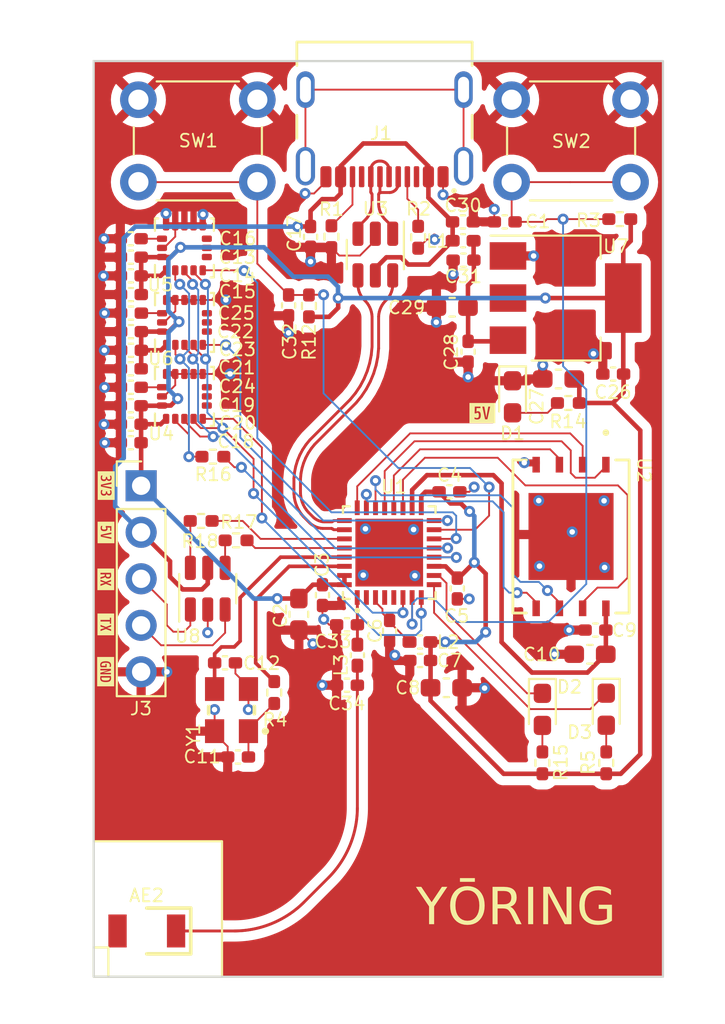
<source format=kicad_pcb>
(kicad_pcb (version 20241229) (generator "pcbnew") (generator_version "9.0")
  (layers (0 "F.Cu" signal) (4 "In1.Cu" signal) (6 "In2.Cu" signal) (2 "B.Cu" signal) (13 "F.Paste" user) (15 "B.Paste" user) (5 "F.SilkS" user "F.Silkscreen") (7 "B.SilkS" user "B.Silkscreen") (1 "F.Mask" user) (3 "B.Mask" user) (25 "Edge.Cuts" user))
  (net 0 "")
  (net 1 "/ANTENNA_OUT")
  (net 3 "GND")
  (net 4 "CH_ENABLE")
  (net 5 "+3V3")
  (net 6 "Net-(C6-Pad2)")
  (net 7 "VDD_SPI")
  (net 8 "Net-(C11-Pad2)")
  (net 9 "XTAL_N")
  (net 10 "Net-(U5-REGOUT)")
  (net 11 "+5V")
  (net 12 "Net-(U4-REGOUT)")
  (net 13 "Net-(U6-REGOUT)")
  (net 14 "/5V_FILTERED")
  (net 15 "GPIO9")
  (net 16 "ANTENNA_LINE")
  (net 17 "Net-(D1-A)")
  (net 18 "GPIO5")
  (net 19 "Net-(D2-A)")
  (net 20 "Net-(J1-CC1)")
  (net 21 "USB_CONN_D_P")
  (net 22 "USB_CONN_D_N")
  (net 24 "Net-(J1-CC2)")
  (net 26 "unconnected-(J1-SHIELD-PadSH)")
  (net 27 "Net-(D3-A)")
  (net 29 "GPIO4")
  (net 30 "UART0_TX_CONN")
  (net 31 "UART0_RX_CONN")
  (net 32 "XTAL_P")
  (net 33 "SPID")
  (net 34 "SPIQ")
  (net 35 "SPIWP")
  (net 36 "SPIHD")
  (net 37 "SPICLK")
  (net 38 "USB_D_N")
  (net 39 "USB_D_P")
  (net 40 "Net-(U1-MTCK)")
  (net 41 "SSPI_CLK")
  (net 42 "Net-(U1-U0RXD)")
  (net 43 "UART0_RX")
  (net 44 "Net-(U1-U0TXD)")
  (net 45 "UART0_TX")
  (net 46 "SSPI_IQ")
  (net 47 "SSPI_CS2")
  (net 48 "SSPI_ID")
  (net 49 "SSPI_CS3")
  (net 50 "SSPI_CS1")
  (net 51 "SPICSO")
  (footprint "Capacitor_SMD:C_0402_1005Metric_Pad0.74x0.62mm_HandSolder" (layer "F.Cu") (at 96.245 54.3025)
    (property "Reference" "C25")
    (property "Value" "100n")
  )
  (footprint "Capacitor_SMD:C_0402_1005Metric_Pad0.74x0.62mm_HandSolder" (layer "F.Cu") (at 116.67 49.32)
    (property "Reference" "C1")
    (property "Value" "100n")
  )
  (footprint "Resistor_SMD:R_0402_1005Metric_Pad0.72x0.64mm_HandSolder" (layer "F.Cu") (at 111.94 50.16 -90)
    (property "Reference" "R2")
    (property "Value" "5k1")
  )
  (footprint "Capacitor_SMD:C_0402_1005Metric_Pad0.74x0.62mm_HandSolder" (layer "F.Cu") (at 96.245 55.3125)
    (property "Reference" "C22")
    (property "Value" "100n")
  )
  (footprint "Resistor_SMD:R_0402_1005Metric_Pad0.72x0.64mm_HandSolder" (layer "F.Cu") (at 118.73 78.86 90)
    (property "Reference" "R15")
    (property "Value" "1k2")
  )
  (footprint "kibuzzard-64F24993" (layer "F.Cu") (at 94.88 66.28 -90)
    (property "Reference" "kibuzzard-64F24993" (hide yes))
    (property "Value" "G***" (hide yes))
  )
  (footprint "Capacitor_SMD:C_0402_1005Metric_Pad0.74x0.62mm_HandSolder" (layer "F.Cu") (at 104.86 53.88 90)
    (property "Reference" "C32")
    (property "Value" "100n")
  )
  (footprint "LED_SMD:LED_0603_1608Metric_Pad1.05x0.95mm_HandSolder" (layer "F.Cu") (at 118.73 75.94 -90)
    (property "Reference" "D2")
    (property "Value" "Green")
  )
  (footprint "Capacitor_SMD:C_0402_1005Metric_Pad0.74x0.62mm_HandSolder" (layer "F.Cu") (at 121.63 71.61)
    (property "Reference" "C9")
    (property "Value" "100n")
  )
  (footprint "Resistor_SMD:R_0402_1005Metric_Pad0.72x0.64mm_HandSolder" (layer "F.Cu") (at 100.72 62.14 180)
    (property "Reference" "R16")
    (property "Value" "22R")
  )
  (footprint "Package_LGA:LGA-16_3x3mm_P0.5mm_LayoutBorder3x5y" (layer "F.Cu") (at 99.17 54.81 90)
    (property "Reference" "U6")
    (property "Value" "ICM-20602")
  )
  (footprint "iridium-footprints:ABM810000MHZ12D2W" (layer "F.Cu") (at 101.74 75.98 90)
    (property "Reference" "Y1")
    (property "Value" "40.000MHZ" (hide yes))
  )
  (footprint "Resistor_SMD:R_0402_1005Metric_Pad0.72x0.64mm_HandSolder" (layer "F.Cu") (at 107.2 50.13 -90)
    (property "Reference" "R1")
    (property "Value" "5k1")
  )
  (footprint "Button_Switch_THT:SW_PUSH_6mm_H5mm" (layer "F.Cu") (at 117.05 42.65)
    (property "Reference" "SW2")
    (property "Value" "SW_MEC_5E")
  )
  (footprint "Capacitor_SMD:C_0402_1005Metric_Pad0.74x0.62mm_HandSolder" (layer "F.Cu") (at 96.2325 60.37)
    (property "Reference" "C20")
    (property "Value" "10n")
  )
  (footprint "Capacitor_SMD:C_0402_1005Metric_Pad0.74x0.62mm_HandSolder" (layer "F.Cu") (at 101.385 73.4 180)
    (property "Reference" "C12")
    (property "Value" "12p")
  )
  (footprint "kibuzzard-64F249B1" (layer "F.Cu") (at 94.87 71.3 -90)
    (property "Reference" "kibuzzard-64F249B1" (hide yes))
    (property "Value" "G***" (hide yes))
  )
  (footprint "iridium-footprints:WSON8_8060_IS25LP_ISI" (layer "F.Cu") (at 120.295 66.5 -90)
    (property "Reference" "U2")
    (property "Value" "IS25LP016D-JLLE")
  )
  (footprint "Capacitor_SMD:C_0603_1608Metric_Pad1.08x0.95mm_HandSolder" (layer "F.Cu") (at 105.42 70.75 90)
    (property "Reference" "C2")
    (property "Value" "10u")
  )
  (footprint "Package_LGA:LGA-16_3x3mm_P0.5mm_LayoutBorder3x5y" (layer "F.Cu") (at 99.165 58.85 90)
    (property "Reference" "U4")
    (property "Value" "ICM-20602")
  )
  (footprint "Capacitor_SMD:C_0402_1005Metric_Pad0.74x0.62mm_HandSolder" (layer "F.Cu") (at 108.05 74.62 180)
    (property "Reference" "C34")
    (property "Value" "3p3")
  )
  (footprint "Capacitor_SMD:C_0402_1005Metric_Pad0.74x0.62mm_HandSolder" (layer "F.Cu") (at 96.235 57.3425)
    (property "Reference" "C21")
    (property "Value" "2u2")
  )
  (footprint "Resistor_SMD:R_0402_1005Metric_Pad0.72x0.64mm_HandSolder" (layer "F.Cu") (at 105.97 53.91 -90)
    (property "Reference" "R12")
    (property "Value" "5k1")
  )
  (footprint "Inductor_SMD:L_0402_1005Metric_Pad0.77x0.64mm_HandSolder" (layer "F.Cu") (at 114.3975 50.35)
    (property "Reference" "L1")
    (property "Value" "2n2")
  )
  (footprint "Capacitor_SMD:C_0402_1005Metric_Pad0.74x0.62mm_HandSolder" (layer "F.Cu") (at 110.38 71.6475 90)
    (property "Reference" "C6")
    (property "Value" "100n")
  )
  (footprint "Capacitor_SMD:C_0402_1005Metric_Pad0.74x0.62mm_HandSolder" (layer "F.Cu") (at 106.71 69.7 90)
    (property "Reference" "C3")
    (property "Value" "100n")
  )
  (footprint "Capacitor_SMD:C_0402_1005Metric_Pad0.74x0.62mm_HandSolder" (layer "F.Cu") (at 96.23 59.36)
    (property "Reference" "C19")
    (property "Value" "100n")
  )
  (footprint "Capacitor_SMD:C_0402_1005Metric_Pad0.74x0.62mm_HandSolder" (layer "F.Cu") (at 96.23 61.38)
    (property "Reference" "C18")
    (property "Value" "2u2")
  )
  (footprint "Capacitor_SMD:C_0402_1005Metric_Pad0.74x0.62mm_HandSolder" (layer "F.Cu") (at 114.3875 49.32)
    (property "Reference" "C30")
    (property "Value" "100n")
  )
  (footprint "Capacitor_SMD:C_0402_1005Metric_Pad0.74x0.62mm_HandSolder" (layer "F.Cu") (at 112.05 73.27)
    (property "Reference" "C7")
    (property "Value" "100n")
  )
  (footprint "Capacitor_SMD:C_0402_1005Metric_Pad0.74x0.62mm_HandSolder" (layer "F.Cu") (at 96.24 53.29)
    (property "Reference" "C15")
    (property "Value" "2u2")
  )
  (footprint "iridium-footprints:USB-C_GCT_USB4105-GF-A" (layer "F.Cu") (at 110.1 43.355 180)
    (property "Reference" "J1")
    (property "Value" "USB-C_USB4105-GF-A")
  )
  (footprint "Inductor_SMD:L_0402_1005Metric_Pad0.77x0.64mm_HandSolder" (layer "F.Cu") (at 108.62 72.98 -90)
    (property "Reference" "L3")
    (property "Value" "2n2")
  )
  (footprint "Package_TO_SOT_SMD:SOT-223-3_TabPin2" (layer "F.Cu") (at 120 53.48)
    (property "Reference" "U7")
    (property "Value" "AMS1117-3.3")
  )
  (footprint "kibuzzard-64F24971" (layer "F.Cu") (at 94.89 63.72 -90)
    (property "Reference" "kibuzzard-64F24971" (hide yes))
    (property "Value" "G***" (hide yes))
  )
  (footprint "Package_TO_SOT_SMD:SOT-23-6" (layer "F.Cu") (at 109.6 51.1055 -90)
    (property "Reference" "U3")
    (property "Value" "USBLC6-2SC6")
  )
  (footprint "LED_SMD:LED_0603_1608Metric_Pad1.05x0.95mm_HandSolder" (layer "F.Cu") (at 117.1 58.8725 -90)
    (property "Reference" "D1")
    (property "Value" "Green")
  )
  (footprint "Capacitor_SMD:C_0402_1005Metric_Pad0.74x0.62mm_HandSolder" (layer "F.Cu") (at 113.65 64.06)
    (property "Reference" "C4")
    (property "Value" "100n")
  )
  (footprint "Package_TO_SOT_SMD:SOT-23-6" (layer "F.Cu") (at 100.44 69.35 90)
    (property "Reference" "U8")
    (property "Value" "USBLC6-2SC6")
  )
  (footprint "Capacitor_SMD:C_0402_1005Metric_Pad0.74x0.62mm_HandSolder" (layer "F.Cu") (at 96.235 52.2675)
    (property "Reference" "C14")
    (property "Value" "10n")
  )
  (footprint "Capacitor_SMD:C_0402_1005Metric_Pad0.74x0.62mm_HandSolder" (layer "F.Cu") (at 96.235 51.2475)
    (property "Reference" "C13")
    (property "Value" "100n")
  )
  (footprint "Capacitor_SMD:C_0402_1005Metric_Pad0.74x0.62mm_HandSolder" (layer "F.Cu") (at 114.08 69.34 90)
    (property "Reference" "C5")
    (property "Value" "100n")
  )
  (footprint "Capacitor_SMD:C_0603_1608Metric_Pad1.08x0.95mm_HandSolder" (layer "F.Cu") (at 113.48 74.76 180)
    (property "Reference" "C8")
    (property "Value" "10u")
  )
  (footprint "Capacitor_SMD:C_0402_1005Metric_Pad0.74x0.62mm_HandSolder" (layer "F.Cu") (at 102.0975 78.54)
    (property "Reference" "C11")
    (property "Value" "12p")
  )
  (footprint "kibuzzard-64F24942" (layer "F.Cu") (at 115.45 59.76)
    (property "Reference" "kibuzzard-64F24942" (hide yes))
    (property "Value" "G***" (hide yes))
  )
  (footprint "Capacitor_SMD:C_0402_1005Metric_Pad0.74x0.62mm_HandSolder" (layer "F.Cu") (at 114.67 56.41 -90)
    (property "Reference" "C28")
    (property "Value" "100n")
  )
  (footprint "Capacitor_SMD:C_0603_1608Metric_Pad1.08x0.95mm_HandSolder" (layer "F.Cu") (at 113.8 53.98 180)
    (property "Reference" "C29")
    (property "Value" "10u")
  )
  (footprint "Capacitor_SMD:C_0402_1005Metric_Pad0.74x0.62mm_HandSolder" (layer "F.Cu") (at 122.6 57.63 180)
    (property "Reference" "C26")
    (property "Value" "100n")
  )
  (footprint "Button_Switch_THT:SW_PUSH_6mm_H5mm" (layer "F.Cu") (at 96.65 42.65)
    (property "Reference" "SW1")
    (property "Value" "SW_MEC_5E")
  )
  (footprint "Resistor_SMD:R_0402_1005Metric_Pad0.72x0.64mm_HandSolder" (layer "F.Cu") (at 122.96 49.17)
    (property "Reference" "R3")
    (property "Value" "5k1")
  )
  (footprint "Resistor_SMD:R_0402_1005Metric_Pad0.72x0.64mm_HandSolder" (layer "F.Cu") (at 122.22 78.86 90)
    (property "Reference" "R5")
    (property "Value" "1k2")
  )
  (footprint "iridium-footprints:QFN50P500X500X80-33N" (layer "F.Cu") (at 110.36 67.38 90)
    (property "Reference" "U1")
    (property "Value" "ESP32C3")
  )
  (footprint "Capacitor_SMD:C_0402_1005Metric_Pad0.74x0.62mm_HandSolder" (layer "F.Cu") (at 96.235 58.3525)
    (property "Reference" "C24")
    (property "Value" "100n")
  )
  (footprint "iridium-footprints:ANTC3216X130N" (layer "F.Cu") (at 97.11 88.04 180)
    (property "Reference" "AE2")
    (property "Value" "ACAG0301-2450-T" (hide yes))
  )
  (footprint "Capacitor_SMD:C_0603_1608Metric_Pad1.08x0.95mm_HandSolder" (layer "F.Cu") (at 119.61 57.9 180)
    (property "Reference" "C27")
    (property "Value" "10u")
  )
  (footprint "Inductor_SMD:L_0402_1005Metric_Pad0.77x0.64mm_HandSolder" (layer "F.Cu") (at 112.04 72.26)
    (property "Reference" "L2")
    (property "Value" "2n2")
  )
  (footprint "Capacitor_SMD:C_0603_1608Metric_Pad1.08x0.95mm_HandSolder" (layer "F.Cu") (at 121.33 72.93)
    (property "Reference" "C10")
    (property "Value" "10u")
  )
  (footprint "Capacitor_SMD:C_0402_1005Metric_Pad0.74x0.62mm_HandSolder" (layer "F.Cu") (at 114.4175 51.41 180)
    (property "Reference" "C31")
    (property "Value" "100n")
  )
  (footprint "Resistor_SMD:R_0402_1005Metric_Pad0.72x0.64mm_HandSolder" (layer "F.Cu") (at 104.075 75.02 90)
    (property "Reference" "R4")
    (property "Value" "22R")
  )
  (footprint "Capacitor_SMD:C_0402_1005Metric_Pad0.74x0.62mm_HandSolder" (layer "F.Cu") (at 108.05 71.32 180)
    (property "Reference" "C33")
    (property "Value" "3p3")
  )
  (footprint "Capacitor_SMD:C_0402_1005Metric_Pad0.74x0.62mm_HandSolder" (layer "F.Cu") (at 106.06 50.14 -90)
    (property "Reference" "C17")
    (property "Value" "100n")
  )
  (footprint "Resistor_SMD:R_0402_1005Metric_Pad0.72x0.64mm_HandSolder" (layer "F.Cu") (at 101.99 66.71 180)
    (property "Reference" "R18")
    (property "Value" "470R")
  )
  (footprint "kibuzzard-64F249BD" (layer "F.Cu") (at 94.86 73.88 -90)
    (property "Reference" "kibuzzard-64F249BD" (hide yes))
    (property "Value" "G***" (hide yes))
  )
  (footprint "Package_LGA:LGA-16_3x3mm_P0.5mm_LayoutBorder3x5y" (layer "F.Cu") (at 99.165 50.74 90)
    (property "Reference" "U5")
    (property "Value" "ICM-20602")
  )
  (footprint "Connector_PinHeader_2.54mm:PinHeader_1x05_P2.54mm_Vertical" (layer "F.Cu") (at 96.8 63.73)
    (property "Reference" "J3")
    (property "Value" "Conn_01x05")
  )
  (footprint "Resistor_SMD:R_0402_1005Metric_Pad0.72x0.64mm_HandSolder" (layer "F.Cu") (at 120.15 59.21 180)
    (property "Reference" "R14")
    (property "Value" "1k2")
  )
  (footprint "Resistor_SMD:R_0402_1005Metric_Pad0.72x0.64mm_HandSolder" (layer "F.Cu") (at 100.08 65.65 180)
    (property "Reference" "R17")
    (property "Value" "470R")
  )
  (footprint "Capacitor_SMD:C_0402_1005Metric_Pad0.74x0.62mm_HandSolder" (layer "F.Cu") (at 96.245 56.3325)
    (property "Reference" "C23")
    (property "Value" "10n")
  )
  (footprint "LED_SMD:LED_0603_1608Metric_Pad1.05x0.95mm_HandSolder" (layer "F.Cu") (at 122.22 75.93 -90)
    (property "Reference" "D3")
    (property "Value" "Green")
  )
  (footprint "kibuzzard-64F249A3" (layer "F.Cu") (at 94.87 68.84 -90)
    (property "Reference" "kibuzzard-64F249A3" (hide yes))
    (property "Value" "G***" (hide yes))
  )
  (footprint "Capacitor_SMD:C_0402_1005Metric_Pad0.74x0.62mm_HandSolder" (layer "F.Cu") (at 96.23 50.24)
    (property "Reference" "C16")
    (property "Value" "100n")
  )
  (gr_rect (start 94.21 88.94) (end 95.01 90.54) (stroke (width 0.12)) (fill no) (layer "F.SilkS"))
  (gr_rect (start 94.21 83.14) (end 101.22 90.54) (stroke (width 0.12)) (fill no) (layer "F.SilkS"))
  (gr_rect (start 94.21 40.54) (end 125.32 90.54) (stroke (width 0.12)) (fill no) (layer "Edge.Cuts"))
  (gr_text "YŌRING" (at 111.82 88.01 0) (layer "F.SilkS") (effects (font (size 2 2) (thickness 0.375)) (justify left bottom)))
  (segment (start 105.405023 86.740646) (end 105.353926 86.78364) (width 0.157) (layer "F.Cu") (net 1))
  (segment (start 108.61668 81.398697) (end 108.615041 81.465456) (width 0.157) (layer "F.Cu") (net 1))
  (segment (start 105.505614 86.652793) (end 105.455588 86.697028) (width 0.157) (layer "F.Cu") (net 1))
  (segment (start 108.332379 83.037153) (end 108.310655 83.100299) (width 0.157) (layer "F.Cu") (net 1))
  (segment (start 102.243041 88.02771) (end 102.309638 88.022798) (width 0.157) (layer "F.Cu") (net 1))
  (segment (start 107.445231 84.672668) (end 107.403504 84.724805) (width 0.157) (layer "F.Cu") (net 1))
  (segment (start 103.035706 87.915094) (end 103.100862 87.900463) (width 0.157) (layer "F.Cu") (net 1))
  (segment (start 108.137134 83.534199) (end 108.164196 83.47315) (width 0.157) (layer "F.Cu") (net 1))
  (segment (start 105.197525 86.908815) (end 105.250169 86.867731) (width 0.157) (layer "F.Cu") (net 1))
  (segment (start 108.609305 81.598888) (end 108.60521 81.665541) (width 0.157) (layer "F.Cu") (net 1))
  (segment (start 103.677798 87.733155) (end 103.740673 87.710658) (width 0.157) (layer "F.Cu") (net 1))
  (segment (start 102.90488 87.941953) (end 102.839229 87.954176) (width 0.157) (layer "F.Cu") (net 1))
  (segment (start 108.609305 81.598888) (end 108.612583 81.532189) (width 0.157) (layer "F.Cu") (net 1))
  (segment (start 107.486316 84.620023) (end 107.445231 84.672668) (width 0.157) (layer "F.Cu") (net 1))
  (segment (start 103.803267 87.687391) (end 103.740673 87.710658) (width 0.157) (layer "F.Cu") (net 1))
  (segment (start 104.529111 87.349526) (end 104.470609 87.381725) (width 0.157) (layer "F.Cu") (net 1))
  (segment (start 108.446308 82.653111) (end 108.429289 82.717684) (width 0.157) (layer "F.Cu") (net 1))
  (segment (start 104.292792 87.473984) (end 104.23278 87.503274) (width 0.157) (layer "F.Cu") (net 1))
  (segment (start 108.572488 81.997777) (end 108.563501 82.063948) (width 0.157) (layer "F.Cu") (net 1))
  (segment (start 103.927575 87.638562) (end 103.989272 87.613006) (width 0.157) (layer "F.Cu") (net 1))
  (segment (start 108.411478 82.782043) (end 108.429289 82.717684) (width 0.157) (layer "F.Cu") (net 1))
  (segment (start 108.617743 73.555327) (end 108.617903 73.554939) (width 0.157) (layer "F.Cu") (net 1))
  (segment (start 108.190506 83.411772) (end 108.216061 83.350077) (width 0.157) (layer "F.Cu") (net 1))
  (segment (start 105.604019 86.562498) (end 105.555094 86.607947) (width 0.157) (layer "F.Cu") (net 1))
  (segment (start 103.927575 87.638562) (end 103.865571 87.663358) (width 0.157) (layer "F.Cu") (net 1))
  (segment (start 108.288158 83.163174) (end 108.264891 83.225768) (width 0.157) (layer "F.Cu") (net 1))
  (segment (start 107.681879 84.349458) (end 107.6441 84.404523) (width 0.157) (layer "F.Cu") (net 1))
  (segment (start 107.959225 83.893109) (end 107.990705 83.834215) (width 0.157) (layer "F.Cu") (net 1))
  (segment (start 108.411478 82.782043) (end 108.392879 82.846179) (width 0.157) (layer "F.Cu") (net 1))
  (segment (start 108.240857 83.288072) (end 108.216061 83.350077) (width 0.157) (layer "F.Cu") (net 1))
  (segment (start 102.442628 88.010522) (end 102.37617 88.017068) (width 0.157) (layer "F.Cu") (net 1))
  (segment (start 108.137134 83.534199) (end 108.109325 83.594912) (width 0.157) (layer "F.Cu") (net 1))
  (segment (start 107.230293 84.928114) (end 107.185447 84.977594) (width 0.157) (layer "F.Cu") (net 1))
  (segment (start 108.462534 82.588333) (end 108.446308 82.653111) (width 0.157) (layer "F.Cu") (net 1))
  (segment (start 108.373493 82.910084) (end 108.392879 82.846179) (width 0.157) (layer "F.Cu") (net 1))
  (segment (start 104.982024 87.066601) (end 105.036622 87.02815) (width 0.157) (layer "F.Cu") (net 1))
  (segment (start 103.035706 87.915094) (end 102.970375 87.928925) (width 0.157) (layer "F.Cu") (net 1))
  (segment (start 107.718979 84.293934) (end 107.681879 84.349458) (width 0.157) (layer "F.Cu") (net 1))
  (segment (start 108.600298 81.732138) (end 108.594568 81.79867) (width 0.157) (layer "F.Cu") (net 1))
  (segment (start 108.240857 83.288072) (end 108.264891 83.225768) (width 0.157) (layer "F.Cu") (net 1))
  (segment (start 103.295184 87.851787) (end 103.23061 87.868807) (width 0.157) (layer "F.Cu") (net 1))
  (segment (start 108.588023 81.865128) (end 108.580662 81.9315) (width 0.157) (layer "F.Cu") (net 1))
  (segment (start 105.353926 86.78364) (end 105.302306 86.826004) (width 0.157) (layer "F.Cu") (net 1))
  (segment (start 105.700179 86.469815) (end 105.652383 86.516451) (width 0.157) (layer "F.Cu") (net 1))
  (segment (start 107.755395 84.237958) (end 107.791122 84.18154) (width 0.157) (layer "F.Cu") (net 1))
  (segment (start 108.600298 81.732138) (end 108.60521 81.665541) (width 0.157) (layer "F.Cu") (net 1))
  (segment (start 102.641448 87.986) (end 102.575277 87.994987) (width 0.157) (layer "F.Cu") (net 1))
  (segment (start 104.926959 87.10438) (end 104.871434 87.141481) (width 0.157) (layer "F.Cu") (net 1))
  (segment (start 108.6175 81.331924) (end 108.6175 74.62) (width 0.157) (layer "F.Cu") (net 1))
  (segment (start 107.274528 84.878088) (end 107.230293 84.928114) (width 0.157) (layer "F.Cu") (net 1))
  (segment (start 108.543094 82.195934) (end 108.531677 82.261729) (width 0.157) (layer "F.Cu") (net 1))
  (segment (start 103.551244 87.775826) (end 103.487583 87.795993) (width 0.157) (layer "F.Cu") (net 1))
  (segment (start 107.860485 84.067409) (end 107.826154 84.124687) (width 0.157) (layer "F.Cu") (net 1))
  (segment (start 107.959225 83.893109) (end 107.927026 83.951611) (width 0.157) (layer "F.Cu") (net 1))
  (segment (start 104.982024 87.066601) (end 104.926959 87.10438) (width 0.157) (layer "F.Cu") (net 1))
  (segment (start 107.894111 84.009715) (end 107.860485 84.067409) (width 0.157) (layer "F.Cu") (net 1))
  (segment (start 108.6275 74.62) (end 108.62 74.6275) (width 0.1) (layer "F.Cu") (net 1))
  (segment (start 108.618599 73.553898) (end 108.618333 73.554221) (width 0.157) (layer "F.Cu") (net 1))
  (segment (start 105.090743 86.989031) (end 105.036622 87.02815) (width 0.157) (layer "F.Cu") (net 1))
  (segment (start 108.618599 73.553898) (end 108.62 73.5525) (width 0.157) (layer "F.Cu") (net 1))
  (segment (start 108.617621 73.555728) (end 108.61754 73.556139) (width 0.157) (layer "F.Cu") (net 1))
  (segment (start 108.080774 83.65528) (end 108.051484 83.715292) (width 0.157) (layer "F.Cu") (net 1))
  (segment (start 102.176388 88.031805) (end 102.109689 88.035082) (width 0.157) (layer "F.Cu") (net 1))
  (segment (start 108.553702 82.130003) (end 108.543094 82.195934) (width 0.157) (layer "F.Cu") (net 1))
  (segment (start 102.839229 87.954176) (end 102.773434 87.965593) (width 0.157) (layer "F.Cu") (net 1))
  (segment (start 108.109325 83.594912) (end 108.080774 83.65528) (width 0.157) (layer "F.Cu") (net 1))
  (segment (start 107.093951 85.074883) (end 107.047315 85.122679) (width 0.157) (layer "F.Cu") (net 1))
  (segment (start 103.165833 87.885033) (end 103.100862 87.900463) (width 0.157) (layer "F.Cu") (net 1))
  (segment (start 104.529111 87.349526) (end 104.587215 87.316611) (width 0.157) (layer "F.Cu") (net 1))
  (segment (start 104.871434 87.141481) (end 104.815458 87.177897) (width 0.157) (layer "F.Cu") (net 1))
  (segment (start 108.594568 81.79867) (end 108.588023 81.865128) (width 0.157) (layer "F.Cu") (net 1))
  (segment (start 103.677798 87.733155) (end 103.614652 87.754879) (width 0.157) (layer "F.Cu") (net 1))
  (segment (start 102.773434 87.965593) (end 102.707503 87.976201) (width 0.157) (layer "F.Cu") (net 1))
  (segment (start 108.519454 82.32738) (end 108.506426 82.392875) (width 0.157) (layer "F.Cu") (net 1))
  (segment (start 104.470609 87.381725) (end 104.411715 87.413205) (width 0.157) (layer "F.Cu") (net 1))
  (segment (start 104.292792 87.473984) (end 104.35244 87.44396) (width 0.157) (layer "F.Cu") (net 1))
  (segment (start 102.243041 88.02771) (end 102.176388 88.031805) (width 0.157) (layer "F.Cu") (net 1))
  (segment (start 101.976197 88.039179) (end 101.909424 88.04) (width 0.157) (layer "F.Cu") (net 1))
  (segment (start 107.36114 84.776426) (end 107.318146 84.827523) (width 0.157) (layer "F.Cu") (net 1))
  (segment (start 108.051484 83.715292) (end 108.021459 83.77494) (width 0.157) (layer "F.Cu") (net 1))
  (segment (start 107.318146 84.827523) (end 107.274528 84.878088) (width 0.157) (layer "F.Cu") (net 1))
  (segment (start 108.6175 81.331924) (end 108.61668 81.398697) (width 0.157) (layer "F.Cu") (net 1))
  (segment (start 104.75904 87.213623) (end 104.815458 87.177897) (width 0.157) (layer "F.Cu") (net 1))
  (segment (start 103.487583 87.795993) (end 103.423679 87.815378) (width 0.157) (layer "F.Cu") (net 1))
  (segment (start 105.302306 86.826004) (end 105.250169 86.867731) (width 0.157) (layer "F.Cu") (net 1))
  (segment (start 102.509 88.003162) (end 102.575277 87.994987) (width 0.157) (layer "F.Cu") (net 1))
  (segment (start 101.976197 88.039179) (end 102.042956 88.03754) (width 0.157) (layer "F.Cu") (net 1))
  (segment (start 108.61754 73.556139) (end 108.6175 73.556556) (width 0.157) (layer "F.Cu") (net 1))
  (segment (start 108.373493 82.910084) (end 108.353326 82.973745) (width 0.157) (layer "F.Cu") (net 1))
  (segment (start 105.652383 86.516451) (end 105.604019 86.562498) (width 0.157) (layer "F.Cu") (net 1))
  (segment (start 107.826154 84.124687) (end 107.791122 84.18154) (width 0.157) (layer "F.Cu") (net 1))
  (segment (start 104.75904 87.213623) (end 104.702187 87.248654) (width 0.157) (layer "F.Cu") (net 1))
  (segment (start 103.423679 87.815378) (end 103.359543 87.833977) (width 0.157) (layer "F.Cu") (net 1))
  (segment (start 108.531677 82.261729) (end 108.519454 82.32738) (width 0.157) (layer "F.Cu") (net 1))
  (segment (start 107.927026 83.951611) (end 107.894111 84.009715) (width 0.157) (layer "F.Cu") (net 1))
  (segment (start 102.90488 87.941953) (end 102.970375 87.928925) (width 0.157) (layer "F.Cu") (net 1))
  (segment (start 104.050649 87.586696) (end 103.989272 87.613006) (width 0.157) (layer "F.Cu") (net 1))
  (segment (start 103.295184 87.851787) (end 103.359543 87.833977) (width 0.157) (layer "F.Cu") (net 1))
  (segment (start 107.526751 84.566879) (end 107.56653 84.513242) (width 0.157) (layer "F.Cu") (net 1))
  (segment (start 108.190506 83.411772) (end 108.164196 83.47315) (width 0.157) (layer "F.Cu") (net 1))
  (segment (start 104.172411 87.531826) (end 104.23278 87.503274) (width 0.157) (layer "F.Cu") (net 1))
  (segment (start 108.572488 81.997777) (end 108.580662 81.9315) (width 0.157) (layer "F.Cu") (net 1))
  (segment (start 108.618101 73.55457) (end 108.617903 73.554939) (width 0.157) (layer "F.Cu") (net 1))
  (segment (start 103.551244 87.775826) (end 103.614652 87.754879) (width 0.157) (layer "F.Cu") (net 1))
  (segment (start 108.617743 73.555327) (end 108.617621 73.555728) (width 0.157) (layer "F.Cu") (net 1))
  (segment (start 108.563501 82.063948) (end 108.553702 82.130003) (width 0.157) (layer "F.Cu") (net 1))
  (segment (start 107.185447 84.977594) (end 107.139998 85.026519) (width 0.157) (layer "F.Cu") (net 1))
  (segment (start 108.615041 81.465456) (end 108.612583 81.532189) (width 0.157) (layer "F.Cu") (net 1))
  (segment (start 108.021459 83.77494) (end 107.990705 83.834215) (width 0.157) (layer "F.Cu") (net 1))
  (segment (start 107.093951 85.074883) (end 107.139998 85.026519) (width 0.157) (layer "F.Cu") (net 1))
  (segment (start 107.6441 84.404523) (end 107.605649 84.459121) (width 0.157) (layer "F.Cu") (net 1))
  (segment (start 101.909424 88.04) (end 98.71 88.04) (width 0.157) (layer "F.Cu") (net 1))
  (segment (start 102.37617 88.017068) (end 102.309638 88.022798) (width 0.157) (layer "F.Cu") (net 1))
  (segment (start 108.6175 73.556556) (end 108.6175 74.62) (width 0.157) (layer "F.Cu") (net 1))
  (segment (start 103.23061 87.868807) (end 103.165833 87.885033) (width 0.157) (layer "F.Cu") (net 1))
  (segment (start 108.310655 83.100299) (end 108.288158 83.163174) (width 0.157) (layer "F.Cu") (net 1))
  (segment (start 103.865571 87.663358) (end 103.803267 87.687391) (width 0.157) (layer "F.Cu") (net 1))
  (segment (start 108.506426 82.392875) (end 108.492595 82.458206) (width 0.157) (layer "F.Cu") (net 1))
  (segment (start 104.702187 87.248654) (end 104.64491 87.282986) (width 0.157) (layer "F.Cu") (net 1))
  (segment (start 107.36114 84.776426) (end 107.403504 84.724805) (width 0.157) (layer "F.Cu") (net 1))
  (segment (start 104.111698 87.559634) (end 104.050649 87.586696) (width 0.157) (layer "F.Cu") (net 1))
  (segment (start 108.353326 82.973745) (end 108.332379 83.037153) (width 0.157) (layer "F.Cu") (net 1))
  (segment (start 104.64491 87.282986) (end 104.587215 87.316611) (width 0.157) (layer "F.Cu") (net 1))
  (segment (start 108.477963 82.523362) (end 108.462534 82.588333) (width 0.157) (layer "F.Cu") (net 1))
  (segment (start 105.090743 86.989031) (end 105.14438 86.949251) (width 0.157) (layer "F.Cu") (net 1))
  (segment (start 105.505614 86.652793) (end 105.555094 86.607947) (width 0.157) (layer "F.Cu") (net 1))
  (segment (start 102.707503 87.976201) (end 102.641448 87.986) (width 0.157) (layer "F.Cu") (net 1))
  (segment (start 107.526751 84.566879) (end 107.486316 84.620023) (width 0.157) (layer "F.Cu") (net 1))
  (segment (start 107.755395 84.237958) (end 107.718979 84.293934) (width 0.157) (layer "F.Cu") (net 1))
  (segment (start 107.605649 84.459121) (end 107.56653 84.513242) (width 0.157) (layer "F.Cu") (net 1))
  (segment (start 102.509 88.003162) (end 102.442628 88.010522) (width 0.157) (layer "F.Cu") (net 1))
  (segment (start 102.109689 88.035082) (end 102.042956 88.03754) (width 0.157) (layer "F.Cu") (net 1))
  (segment (start 105.455588 86.697028) (end 105.405023 86.740646) (width 0.157) (layer "F.Cu") (net 1))
  (segment (start 105.197525 86.908815) (end 105.14438 86.949251) (width 0.157) (layer "F.Cu") (net 1))
  (segment (start 107.047315 85.122679) (end 105.700179 86.469815) (width 0.157) (layer "F.Cu") (net 1))
  (segment (start 104.172411 87.531826) (end 104.111698 87.559634) (width 0.157) (layer "F.Cu") (net 1))
  (segment (start 108.618333 73.554221) (end 108.618101 73.55457) (width 0.157) (layer "F.Cu") (net 1))
  (segment (start 108.477963 82.523362) (end 108.492595 82.458206) (width 0.157) (layer "F.Cu") (net 1))
  (segment (start 104.411715 87.413205) (end 104.35244 87.44396) (width 0.157) (layer "F.Cu") (net 1))
  (segment (start 116.1025 49.32) (end 116.1025 48.6325) (width 0.1) (layer "F.Cu") (net 3))
  (segment (start 116.1025 48.6325) (end 116.1 48.63) (width 0.1) (layer "F.Cu") (net 3))
  (segment (start 95.6625 61.38) (end 95.6625 50.24) (width 0.1) (layer "F.Cu") (net 3))
  (segment (start 98.67 54.195876) (end 98.67 53.585) (width 0.1) (layer "F.Cu") (net 3))
  (segment (start 98.165 48.865) (end 98.16 48.86) (width 0.1) (layer "F.Cu") (net 3))
  (segment (start 95.665 60.37) (end 94.77 60.37) (width 0.1) (layer "F.Cu") (net 3))
  (segment (start 97.94 50.74) (end 98.050876 50.74) (width 0.1) (layer "F.Cu") (net 3))
  (segment (start 110.66 72.98) (end 110.95 73.27) (width 0.1) (layer "F.Cu") (net 3))
  (segment (start 121.52 56.61) (end 121.52 56.52) (width 0.1) (layer "F.Cu") (net 3))
  (segment (start 106.9 47.12) (end 106.52 47.5) (width 0.1) (layer "F.Cu") (net 3))
  (segment (start 116.1025 49.32) (end 114.955 49.32) (width 0.1) (layer "F.Cu") (net 3))
  (segment (start 110.66 72.98) (end 110.38 72.7) (width 0.1) (layer "F.Cu") (net 3))
  (segment (start 95.6675 52.2675) (end 94.7425 52.2675) (width 0.1) (layer "F.Cu") (net 3))
  (segment (start 107.2 50.7275) (end 106.08 50.7275) (width 0.1) (layer "F.Cu") (net 3))
  (segment (start 112.9375 53.98) (end 112.9375 54.7925) (width 0.1) (layer "F.Cu") (net 3))
  (segment (start 97.945 54.81) (end 98.055876 54.81) (width 0.1) (layer "F.Cu") (net 3))
  (segment (start 94.7925 56.3325) (end 94.79 56.33) (width 0.1) (layer "F.Cu") (net 3))
  (segment (start 98.665 58.235876) (end 98.665 57.625) (width 0.1) (layer "F.Cu") (net 3))
  (segment (start 98.165 49.515) (end 98.165 48.865) (width 0.1) (layer "F.Cu") (net 3))
  (segment (start 111.94 50.7575) (end 112.4175 50.28) (width 0.1) (layer "F.Cu") (net 3))
  (segment (start 106.06 50.7075) (end 106.06 51.49) (width 0.1) (layer "F.Cu") (net 3))
  (segment (start 122.0325 57.1225) (end 121.95 57.04) (width 0.1) (layer "F.Cu") (net 3))
  (segment (start 114.67 56.9775) (end 114.67 57.79) (width 0.1) (layer "F.Cu") (net 3))
  (segment (start 118.7475 57.9) (end 118.7475 57.1525) (width 0.1) (layer "F.Cu") (net 3))
  (segment (start 102.665 74.83) (end 102.665 75.945) (width 0.1) (layer "F.Cu") (net 3))
  (segment (start 106.9 46.855) (end 106.9 47.12) (width 0.1) (layer "F.Cu") (net 3))
  (segment (start 95.6775 56.3325) (end 94.7925 56.3325) (width 0.1) (layer "F.Cu") (net 3))
  (segment (start 110.95 73.27) (end 111.4825 73.27) (width 0.1) (layer "F.Cu") (net 3))
  (segment (start 100.17 53.585) (end 101.425 53.585) (width 0.1) (layer "F.Cu") (net 3))
  (segment (start 121.95 57.04) (end 121.52 56.61) (width 0.1) (layer "F.Cu") (net 3))
  (segment (start 109.6 50.32) (end 108.76 51.16) (width 0.1) (layer "F.Cu") (net 3))
  (segment (start 101.655 57.625) (end 101.66 57.62) (width 0.1) (layer "F.Cu") (net 3))
  (segment (start 94.8 58.36) (end 94.8075 58.3525) (width 0.1) (layer "F.Cu") (net 3))
  (segment (start 112.4175 50.28) (end 112.84 50.28) (width 0.1) (layer "F.Cu") (net 3))
  (segment (start 120.4675 72.93) (end 119.39 72.93) (width 0.1) (layer "F.Cu") (net 3))
  (segment (start 117.1975 57.9) (end 117.1 57.9975) (width 0.1) (layer "F.Cu") (net 3))
  (segment (start 121.0625 71.61) (end 120.19 71.61) (width 0.1) (layer "F.Cu") (net 3))
  (segment (start 101.9525 73.9825) (end 101.9525 73.4) (width 0.1) (layer "F.Cu") (net 3))
  (segment (start 108.76 51.16) (end 107.6325 51.16) (width 0.1) (layer "F.Cu") (net 3))
  (segment (start 95.6775 54.3025) (end 94.8025 54.3025) (width 0.1) (layer "F.Cu") (net 3))
  (segment (start 110.38 72.7) (end 110.38 72.215) (width 0.1) (layer "F.Cu") (net 3))
  (segment (start 98.665 50.125876) (end 98.665 49.515) (width 0.1) (layer "F.Cu") (net 3))
  (segment (start 107.4825 74.62) (end 106.69 74.62) (width 0.1) (layer "F.Cu") (net 3))
  (segment (start 118.39 62.47) (end 117.74 62.47) (width 0.1) (layer "F.Cu") (net 3))
  (segment (start 98.185 53.585) (end 100.185 53.585) (width 0.1) (layer "F.Cu") (net 3))
  (segment (start 101.53 77.97) (end 101.53 78.54) (width 0.1) (layer "F.Cu") (net 3))
  (segment (start 95.6625 61.38) (end 94.81 61.38) (width 0.1) (layer "F.Cu") (net 3))
  (segment (start 106.52 47.5) (end 106.25 47.77) (width 0.1) (layer "F.Cu") (net 3))
  (segment (start 109.6 49.968) (end 109.6 50.32) (width 0.1) (layer "F.Cu") (net 3))
  (segment (start 98.050876 58.85) (end 98.665 58.235876) (width 0.1) (layer "F.Cu") (net 3))
  (segment (start 98.050876 50.74) (end 98.665 50.125876) (width 0.1) (layer "F.Cu") (net 3))
  (segment (start 100.815 77.13) (end 100.815 77.255) (width 0.1) (layer "F.Cu") (net 3))
  (segment (start 100.815 75.955) (end 100.81 75.95) (width 0.1) (layer "F.Cu") (net 3))
  (segment (start 102.665 74.695) (end 101.9525 73.9825) (width 0.1) (layer "F.Cu") (net 3))
  (segment (start 95.6625 50.24) (end 94.77 50.24) (width 0.1) (layer "F.Cu") (net 3))
  (segment (start 97.94 58.85) (end 98.050876 58.85) (width 0.1) (layer "F.Cu") (net 3))
  (segment (start 107.08 71.32) (end 106.78 71.02) (width 0.1) (layer "F.Cu") (net 3))
  (segment (start 104.86 54.4475) (end 104.86 55.38) (width 0.1) (layer "F.Cu") (net 3))
  (segment (start 106.08 50.7275) (end 106.06 50.7075) (width 0.1) (layer "F.Cu") (net 3))
  (segment (start 100.18 48.91) (end 100.165 48.925) (width 0.1) (layer "F.Cu") (net 3))
  (segment (start 114.73 69.91) (end 114.7275 69.9075) (width 0.1) (layer "F.Cu") (net 3))
  (segment (start 98.165 57.625) (end 100.165 57.625) (width 0.1) (layer "F.Cu") (net 3))
  (segment (start 113.302 47.838) (end 113.3 47.84) (width 0.1) (layer "F.Cu") (net 3))
  (segment (start 116.85 51.18) (end 118.25 51.18) (width 0.1) (layer "F.Cu") (net 3))
  (segment (start 94.8075 58.3525) (end 95.6675 58.3525) (width 0.1) (layer "F.Cu") (net 3))
  (segment (start 98.165 49.515) (end 100.165 49.515) (width 0.1) (layer "F.Cu") (net 3))
  (segment (start 94.8025 54.3025) (end 94.8 54.3) (width 0.1) (layer "F.Cu") (net 3))
  (segment (start 102.665 75.945) (end 102.66 75.95) (width 0.1) (layer "F.Cu") (net 3))
  (segment (start 115.55 74.76) (end 115.57 74.78) (width 0.1) (layer "F.Cu") (net 3))
  (segment (start 100.165 57.625) (end 101.655 57.625) (width 0.1) (layer "F.Cu") (net 3))
  (segment (start 100.815 77.13) (end 100.815 75.955) (width 0.1) (layer "F.Cu") (net 3))
  (segment (start 107.6325 51.16) (end 107.2 50.7275) (width 0.1) (layer "F.Cu") (net 3))
  (segment (start 100.165 48.925) (end 100.165 49.515) (width 0.1) (layer "F.Cu") (net 3))
  (segment (start 106.1675 72.36) (end 106.19 72.36) (width 0.1) (layer "F.Cu") (net 3))
  (segment (start 118.7475 57.9) (end 117.1975 57.9) (width 0.1) (layer "F.Cu") (net 3))
  (segment (start 114.7405 64.06) (end 115 63.8005) (width 0.1) (layer "F.Cu") (net 3))
  (segment (start 98.055876 54.81) (end 98.67 54.195876) (width 0.1) (layer "F.Cu") (net 3))
  (segment (start 113.85 51.41) (end 113.85 52.17) (width 0.1) (layer "F.Cu") (net 3))
  (segment (start 107.4825 71.32) (end 107.08 71.32) (width 0.1) (layer "F.Cu") (net 3))
  (segment (start 105.42 71.6125) (end 106.1675 72.36) (width 0.1) (layer "F.Cu") (net 3))
  (segment (start 100.815 77.255) (end 101.53 77.97) (width 0.1) (layer "F.Cu") (net 3))
  (segment (start 113.302 46.855) (end 113.302 47.838) (width 0.1) (layer "F.Cu") (net 3))
  (segment (start 114.2175 64.06) (end 114.7405 64.06) (width 0.1) (layer "F.Cu") (net 3))
  (segment (start 106.71 70.95) (end 106.78 71.02) (width 0.1) (layer "F.Cu") (net 3))
  (segment (start 101.425 53.585) (end 101.43 53.58) (width 0.1) (layer "F.Cu") (net 3))
  (segment (start 106.25 47.77) (end 105.76 47.77) (width 0.1) (layer "F.Cu") (net 3))
  (segment (start 106.71 70.2675) (end 106.71 70.95) (width 0.1) (layer "F.Cu") (net 3))
  (segment (start 122.0325 57.63) (end 122.0325 57.1225) (width 0.1) (layer "F.Cu") (net 3))
  (segment (start 118.7475 57.1525) (end 118.75 57.15) (width 0.1) (layer "F.Cu") (net 3))
  (segment (start 114.3425 74.76) (end 115.55 74.76) (width 0.1) (layer "F.Cu") (net 3))
  (segment (start 112.9375 54.7925) (end 112.93 54.8) (width 0.1) (layer "F.Cu") (net 3))
  (segment (start 114.7275 69.9075) (end 114.08 69.9075) (width 0.1) (layer "F.Cu") (net 3))
  (segment (start 96.8 73.89) (end 98.21 73.89) (width 0.1) (layer "F.Cu") (net 3))
  (segment (start 94.7425 52.2675) (end 94.74 52.27) (width 0.1) (layer "F.Cu") (net 3))
  (segment (start 100.44 70.4875) (end 100.44 71.75) (width 0.1) (layer "F.Cu") (net 3))
  (segment (start 102.665 74.83) (end 102.665 74.695) (width 0.1) (layer "F.Cu") (net 3))
  (via (at 115.57 74.78) (size 0.6) (drill 0.3) (layers "F.Cu" "B.Cu") (net 3))
  (via (at 122.1 64.55) (size 0.6) (drill 0.3) (layers "F.Cu" "B.Cu") (net 3))
  (via (at 106.78 71.02) (size 0.6) (drill 0.3) (layers "F.Cu" "B.Cu") (net 3))
  (via (at 106.69 74.62) (size 0.6) (drill 0.3) (layers "F.Cu" "B.Cu") (net 3))
  (via (at 102.66 75.95) (size 0.6) (drill 0.3) (layers "F.Cu" "B.Cu") (net 3))
  (via (at 122.13 68.19) (size 0.6) (drill 0.3) (layers "F.Cu" "B.Cu") (net 3))
  (via (at 94.74 52.27) (size 0.6) (drill 0.3) (layers "F.Cu" "B.Cu") (net 3))
  (via (at 104.86 55.38) (size 0.6) (drill 0.3) (layers "F.Cu" "B.Cu") (net 3))
  (via (at 111.69 66.12) (size 0.6) (drill 0.3) (layers "F.Cu" "B.Cu") (net 3))
  (via (at 98.21 73.89) (size 0.6) (drill 0.3) (layers "F.Cu" "B.Cu") (net 3))
  (via (at 112.93 54.8) (size 0.6) (drill 0.3) (layers "F.Cu" "B.Cu") (net 3))
  (via (at 118.75 57.15) (size 0.6) (drill 0.3) (layers "F.Cu" "B.Cu") (net 3))
  (via (at 105.76 47.77) (size 0.6) (drill 0.3) (layers "F.Cu" "B.Cu") (net 3))
  (via (at 101.43 53.58) (size 0.6) (drill 0.3) (layers "F.Cu" "B.Cu") (net 3))
  (via (at 121.52 56.52) (size 0.6) (drill 0.3) (layers "F.Cu" "B.Cu") (net 3))
  (via (at 94.81 61.38) (size 0.6) (drill 0.3) (layers "F.Cu" "B.Cu") (net 3))
  (via (at 115 63.8005) (size 0.6) (drill 0.3) (layers "F.Cu" "B.Cu") (net 3))
  (via (at 100.18 48.91) (size 0.6) (drill 0.3) (layers "F.Cu" "B.Cu") (net 3))
  (via (at 101.66 57.62) (size 0.6) (drill 0.3) (layers "F.Cu" "B.Cu") (net 3))
  (via (at 114.67 57.79) (size 0.6) (drill 0.3) (layers "F.Cu" "B.Cu") (net 3))
  (via (at 94.77 50.24) (size 0.6) (drill 0.3) (layers "F.Cu" "B.Cu") (net 3))
  (via (at 119.39 72.93) (size 0.6) (drill 0.3) (layers "F.Cu" "B.Cu") (net 3))
  (via (at 109.06 66.08) (size 0.6) (drill 0.3) (layers "F.Cu" "B.Cu") (net 3))
  (via (at 113.3 47.84) (size 0.6) (drill 0.3) (layers "F.Cu" "B.Cu") (net 3))
  (via (at 114.73 69.91) (size 0.6) (drill 0.3) (layers "F.Cu" "B.Cu") (net 3))
  (via (at 94.8 58.36) (size 0.6) (drill 0.3) (layers "F.Cu" "B.Cu") (net 3))
  (via (at 118.57 68.12) (size 0.6) (drill 0.3) (layers "F.Cu" "B.Cu") (net 3))
  (via (at 111.76 68.64) (size 0.6) (drill 0.3) (layers "F.Cu" "B.Cu") (net 3))
  (via (at 116.1 48.63) (size 0.6) (drill 0.3) (layers "F.Cu" "B.Cu") (net 3))
  (via (at 112.84 50.28) (size 0.6) (drill 0.3) (layers "F.Cu" "B.Cu") (net 3))
  (via (at 100.44 71.75) (size 0.6) (drill 0.3) (layers "F.Cu" "B.Cu") (net 3))
  (via (at 108.94 68.61) (size 0.6) (drill 0.3) (layers "F.Cu" "B.Cu") (net 3))
  (via (at 117.74 62.47) (size 0.6) (drill 0.3) (layers "F.Cu" "B.Cu") (net 3))
  (via (at 120.36 66.25) (size 0.6) (drill 0.3) (layers "F.Cu" "B.Cu") (net 3))
  (via (at 110.66 72.98) (size 0.6) (drill 0.3) (layers "F.Cu" "B.Cu") (net 3))
  (via (at 94.79 56.33) (size 0.6) (drill 0.3) (layers "F.Cu" "B.Cu") (net 3))
  (via (at 118.53 64.54) (size 0.6) (drill 0.3) (layers "F.Cu" "B.Cu") (net 3))
  (via (at 120.19 71.61) (size 0.6) (drill 0.3) (layers "F.Cu" "B.Cu") (net 3))
  (via (at 98.16 48.86) (size 0.6) (drill 0.3) (layers "F.Cu" "B.Cu") (net 3))
  (via (at 100.81 75.95) (size 0.6) (drill 0.3) (layers "F.Cu" "B.Cu") (net 3))
  (via (at 94.77 60.37) (size 0.6) (drill 0.3) (layers "F.Cu" "B.Cu") (net 3))
  (via (at 94.8 54.3) (size 0.6) (drill 0.3) (layers "F.Cu" "B.Cu") (net 3))
  (via (at 106.19 72.36) (size 0.6) (drill 0.3) (layers "F.Cu" "B.Cu") (net 3))
  (via (at 106.06 51.49) (size 0.6) (drill 0.3) (layers "F.Cu" "B.Cu") (net 3))
  (via (at 113.85 52.17) (size 0.6) (drill 0.3) (layers "F.Cu" "B.Cu") (net 3))
  (via (at 118.25 51.18) (size 0.6) (drill 0.3) (layers "F.Cu" "B.Cu") (net 3))
  (segment (start 118.83 49.32) (end 118.98 49.17) (width 0.1) (layer "F.Cu") (net 4))
  (segment (start 117.2375 49.32) (end 117.05 49.1325) (width 0.1) (layer "F.Cu") (net 4))
  (segment (start 123.55 47.15) (end 120.25 47.15) (width 0.1) (layer "F.Cu") (net 4))
  (segment (start 117.05 49.1325) (end 117.05 47.15) (width 0.1) (layer "F.Cu") (net 4))
  (segment (start 120.25 47.15) (end 117.05 47.15) (width 0.1) (layer "F.Cu") (net 4))
  (segment (start 111.61 69.83) (end 111.61 71.28) (width 0.1) (layer "F.Cu") (net 4))
  (segment (start 119.86 49.17) (end 122.3625 49.17) (width 0.1) (layer "F.Cu") (net 4))
  (segment (start 117.2375 49.32) (end 118.83 49.32) (width 0.1) (layer "F.Cu") (net 4))
  (segment (start 118.98 49.17) (end 119.86 49.17) (width 0.1) (layer "F.Cu") (net 4))
  (via (at 119.86 49.17) (size 0.6) (drill 0.3) (layers "F.Cu" "B.Cu") (net 4))
  (via (at 111.61 71.28) (size 0.6) (drill 0.3) (layers "F.Cu" "B.Cu") (net 4))
  (segment (start 121.13 58.47) (end 119.86 57.2) (width 0.1) (layer "B.Cu") (net 4))
  (segment (start 112.78 69.88) (end 114.07 71.17) (width 0.1) (layer "B.Cu") (net 4))
  (segment (start 111.89 69.88) (end 112.78 69.88) (width 0.1) (layer "B.Cu") (net 4))
  (segment (start 111.61 70.16) (end 111.89 69.88) (width 0.1) (layer "B.Cu") (net 4))
  (segment (start 119.86 57.2) (end 119.86 49.17) (width 0.1) (layer "B.Cu") (net 4))
  (segment (start 119.05 71.17) (end 121.13 69.09) (width 0.1) (layer "B.Cu") (net 4))
  (segment (start 111.61 71.28) (end 111.61 70.16) (width 0.1) (layer "B.Cu") (net 4))
  (segment (start 121.13 69.09) (end 121.13 58.47) (width 0.1) (layer "B.Cu") (net 4))
  (segment (start 114.07 71.17) (end 119.05 71.17) (width 0.1) (layer "B.Cu") (net 4))
  (segment (start 98.303363 55.31) (end 97.945 55.31) (width 0.25) (layer "F.Cu") (net 5))
  (segment (start 96.8025 51.2475) (end 97.9325 51.2475) (width 0.25) (layer "F.Cu") (net 5))
  (segment (start 123.15 50.77) (end 123.15 53.48) (width 0.25) (layer "F.Cu") (net 5))
  (segment (start 96.8025 52.2675) (end 96.8025 51.2475) (width 0.25) (layer "F.Cu") (net 5))
  (segment (start 96.8125 55.3125) (end 97.9575 55.3125) (width 0.25) (layer "F.Cu") (net 5))
  (segment (start 113.4375 68.13) (end 112.81 68.13) (width 0.25) (layer "F.Cu") (net 5))
  (segment (start 107.0725 54.5075) (end 105.97 54.5075) (width 0.25) (layer "F.Cu") (net 5))
  (segment (start 98.42 59.35) (end 98.8 58.97) (width 0.25) (layer "F.Cu") (net 5))
  (segment (start 114.08 68.7725) (end 114.1475 68.7725) (width 0.25) (layer "F.Cu") (net 5))
  (segment (start 118.73 79.4575) (end 116.61 79.4575) (width 0.25) (layer "F.Cu") (net 5))
  (segment (start 98.841232 54.772131) (end 98.303363 55.31) (width 0.25) (layer "F.Cu") (net 5))
  (segment (start 116.61 79.4575) (end 112.6175 75.465) (width 0.25) (layer "F.Cu") (net 5))
  (segment (start 114.1475 68.7725) (end 115.01 67.91) (width 0.25) (layer "F.Cu") (net 5))
  (segment (start 96.7975 59.36) (end 97.93 59.36) (width 0.25) (layer "F.Cu") (net 5))
  (segment (start 112.34 64.06) (end 113.0825 64.06) (width 0.25) (layer "F.Cu") (net 5))
  (segment (start 122.58 59.21) (end 123.1675 58.6225) (width 0.25) (layer "F.Cu") (net 5))
  (segment (start 97.8875 56.3325) (end 98.185 56.035) (width 0.25) (layer "F.Cu") (net 5))
  (segment (start 122.22 79.4575) (end 118.73 79.4575) (width 0.25) (layer "F.Cu") (net 5))
  (segment (start 122.22 79.4575) (end 123.0125 79.4575) (width 0.25) (layer "F.Cu") (net 5))
  (segment (start 97.94 59.35) (end 98.42 59.35) (width 0.25) (layer "F.Cu") (net 5))
  (segment (start 96.8075 53.29) (end 96.8075 52.2725) (width 0.25) (layer "F.Cu") (net 5))
  (segment (start 98.95 50.71) (end 98.42 51.24) (width 0.25) (layer "F.Cu") (net 5))
  (segment (start 120.7475 59.21) (end 120.7475 58.175) (width 0.25) (layer "F.Cu") (net 5))
  (segment (start 112.6175 75.465) (end 112.6175 74.76) (width 0.25) (layer "F.Cu") (net 5))
  (segment (start 116.85 53.48) (end 123.15 53.48) (width 0.25) (layer "F.Cu") (net 5))
  (segment (start 104.2425 69.8875) (end 104.24 69.89) (width 0.25) (layer "F.Cu") (net 5))
  (segment (start 112.6175 74.76) (end 112.6175 73.27) (width 0.25) (layer "F.Cu") (net 5))
  (segment (start 96.8025 52.2675) (end 97.8625 52.2675) (width 0.25) (layer "F.Cu") (net 5))
  (segment (start 114.08 68.7725) (end 113.4375 68.13) (width 0.25) (layer "F.Cu") (net 5))
  (segment (start 114.275 64.695) (end 113.705 64.695) (width 0.25) (layer "F.Cu") (net 5))
  (segment (start 97.8625 52.2675) (end 98.165 51.965) (width 0.25) (layer "F.Cu") (net 5))
  (segment (start 115.01 67.91) (end 115.63 68.53) (width 0.25) (layer "F.Cu") (net 5))
  (segment (start 115.63 68.53) (end 115.63 71.7195) (width 0.25) (layer "F.Cu") (net 5))
  (segment (start 107.57 53.48) (end 107.57 54.01) (width 0.25) (layer "F.Cu") (net 5))
  (segment (start 107.57 54.01) (end 107.0725 54.5075) (width 0.25) (layer "F.Cu") (net 5))
  (segment (start 96.8025 57.3425) (end 96.8025 55.3225) (width 0.25) (layer "F.Cu") (net 5))
  (segment (start 123.5575 49.17) (end 123.5575 50.3625) (width 0.25) (layer "F.Cu") (net 5))
  (segment (start 123.0125 79.4575) (end 124.08 78.39) (width 0.25) (layer "F.Cu") (net 5))
  (segment (start 123.1675 58.6225) (end 123.1675 57.63) (width 0.25) (layer "F.Cu") (net 5))
  (segment (start 123.15 57.6125) (end 123.15 53.48) (width 0.25) (layer "F.Cu") (net 5))
  (segment (start 105.42 69.8875) (end 105.4325 69.8875) (width 0.25) (layer "F.Cu") (net 5))
  (segment (start 120.7475 58.175) (end 120.4725 57.9) (width 0.25) (layer "F.Cu") (net 5))
  (segment (start 96.8 63.73) (end 96.8 61.3825) (width 0.25) (layer "F.Cu") (net 5))
  (segment (start 96.8125 56.3325) (end 97.8875 56.3325) (width 0.25) (layer "F.Cu") (net 5))
  (segment (start 112.11 64.29) (end 112.34 64.06) (width 0.25) (layer "F.Cu") (net 5))
  (segment (start 106.1875 69.1325) (end 106.71 69.1325) (width 0.25) (layer "F.Cu") (net 5))
  (segment (start 96.8025 55.3225) (end 96.8125 55.3125) (width 0.25) (layer "F.Cu") (net 5))
  (segment (start 114.75 65.1295) (end 114.7095 65.1295) (width 0.25) (layer "F.Cu") (net 5))
  (segment (start 112.6125 72.26) (end 113.42 72.26) (width 0.25) (layer "F.Cu") (net 5))
  (segment (start 124.08 78.39) (end 124.08 60.71) (width 0.25) (layer "F.Cu") (net 5))
  (segment (start 107.91 69.13) (end 106.7125 69.13) (width 0.25) (layer "F.Cu") (net 5))
  (segment (start 97.9575 55.3125) (end 97.96 55.31) (width 0.25) (layer "F.Cu") (net 5))
  (segment (start 113.705 64.695) (end 113.0825 64.0725) (width 0.25) (layer "F.Cu") (net 5))
  (segment (start 98.870856 54.772131) (end 98.841232 54.772131) (width 0.25) (layer "F.Cu") (net 5))
  (segment (start 105.42 69.8875) (end 104.2425 69.8875) (width 0.25) (layer "F.Cu") (net 5))
  (segment (start 96.7975 61.38) (end 96.7975 59.36) (width 0.25) (layer "F.Cu") (net 5))
  (segment (start 112.6175 72.265) (end 112.6125 72.26) (width 0.25) (layer "F.Cu") (net 5))
  (segment (start 120.7475 59.21) (end 122.58 59.21) (width 0.25) (layer "F.Cu") (net 5))
  (segment (start 113.0825 64.0725) (end 113.0825 64.06) (width 0.25) (layer "F.Cu") (net 5))
  (segment (start 97.87 60.37) (end 98.165 60.075) (width 0.25) (layer "F.Cu") (net 5))
  (segment (start 114.7095 65.1295) (end 114.275 64.695) (width 0.25) (layer "F.Cu") (net 5))
  (segment (start 96.8075 52.2725) (end 96.8025 52.2675) (width 0.25) (layer "F.Cu") (net 5))
  (segment (start 112.11 64.93) (end 112.11 64.29) (width 0.25) (layer "F.Cu") (net 5))
  (segment (start 96.8 61.3825) (end 96.7975 61.38) (width 0.25) (layer "F.Cu") (net 5))
  (segment (start 123.1675 57.63) (end 123.15 57.6125) (width 0.25) (layer "F.Cu") (net 5))
  (segment (start 96.8 60.37) (end 97.87 60.37) (width 0.25) (layer "F.Cu") (net 5))
  (segment (start 106.7125 69.13) (end 106.71 69.1325) (width 0.25) (layer "F.Cu") (net 5))
  (segment (start 97.9325 51.2475) (end 97.94 51.24) (width 0.25) (layer "F.Cu") (net 5))
  (segment (start 123.5575 50.3625) (end 123.15 50.77) (width 0.25) (layer "F.Cu") (net 5))
  (segment (start 107.91 68.63) (end 107.91 69.13) (width 0.25) (layer "F.Cu") (net 5))
  (segment (start 124.08 60.71) (end 122.58 59.21) (width 0.25) (layer "F.Cu") (net 5))
  (segment (start 112.6175 73.27) (end 112.6175 72.265) (width 0.25) (layer "F.Cu") (net 5))
  (segment (start 98.42 51.24) (end 97.94 51.24) (width 0.25) (layer "F.Cu") (net 5))
  (segment (start 105.4325 69.8875) (end 106.1875 69.1325) (width 0.25) (layer "F.Cu") (net 5))
  (via (at 98.870856 54.772131) (size 0.6) (drill 0.3) (layers "F.Cu" "B.Cu") (net 5))
  (via (at 118.89 53.48) (size 0.6) (drill 0.3) (layers "F.Cu" "B.Cu") (net 5))
  (via (at 98.95 50.71) (size 0.6) (drill 0.3) (layers "F.Cu" "B.Cu") (net 5))
  (via (at 115.63 71.7195) (size 0.6) (drill 0.3) (layers "F.Cu" "B.Cu") (net 5))
  (via (at 104.24 69.89) (size 0.6) (drill 0.3) (layers "F.Cu" "B.Cu") (net 5))
  (via (at 98.8 58.97) (size 0.6) (drill 0.3) (layers "F.Cu" "B.Cu") (net 5))
  (via (at 114.75 65.1295) (size 0.6) (drill 0.3) (layers "F.Cu" "B.Cu") (net 5))
  (via (at 113.42 72.26) (size 0.6) (drill 0.3) (layers "F.Cu" "B.Cu") (net 5))
  (via (at 107.57 53.48) (size 0.6) (drill 0.3) (layers "F.Cu" "B.Cu") (net 5))
  (via (at 115.01 67.91) (size 0.6) (drill 0.3) (layers "F.Cu" "B.Cu") (net 5))
  (segment (start 104.24 69.89) (end 102.96 69.89) (width 0.25) (layer "B.Cu") (net 5))
  (segment (start 98.870856 54.772131) (end 98.295999 55.346988) (width 0.25) (layer "B.Cu") (net 5))
  (segment (start 98.95 50.71) (end 98.285999 51.374001) (width 0.25) (layer "B.Cu") (net 5))
  (segment (start 98.285999 51.374001) (end 98.285999 54.187274) (width 0.25) (layer "B.Cu") (net 5))
  (segment (start 102.96 69.89) (end 96.8 63.73) (width 0.25) (layer "B.Cu") (net 5))
  (segment (start 107.57 53.48) (end 107.56 53.47) (width 0.25) (layer "B.Cu") (net 5))
  (segment (start 107.01 52.31) (end 105.12 52.31) (width 0.25) (layer "B.Cu") (net 5))
  (segment (start 107.56 53.47) (end 107.56 52.86) (width 0.25) (layer "B.Cu") (net 5))
  (segment (start 98.295999 55.346988) (end 98.295999 58.465999) (width 0.25) (layer "B.Cu") (net 5))
  (segment (start 114.75 65.1295) (end 115.01 65.3895) (width 0.25) (layer "B.Cu") (net 5))
  (segment (start 113.42 72.26) (end 115.0895 72.26) (width 0.25) (layer "B.Cu") (net 5))
  (segment (start 98.295999 58.465999) (end 98.8 58.97) (width 0.25) (layer "B.Cu") (net 5))
  (segment (start 105.12 52.31) (end 103.52 50.71) (width 0.25) (layer "B.Cu") (net 5))
  (segment (start 115.01 65.3895) (end 115.01 67.91) (width 0.25) (layer "B.Cu") (net 5))
  (segment (start 98.285999 54.187274) (end 98.870856 54.772131) (width 0.25) (layer "B.Cu") (net 5))
  (segment (start 107.56 52.86) (end 107.01 52.31) (width 0.25) (layer "B.Cu") (net 5))
  (segment (start 115.0895 72.26) (end 115.63 71.7195) (width 0.25) (layer "B.Cu") (net 5))
  (segment (start 118.89 53.48) (end 107.57 53.48) (width 0.25) (layer "B.Cu") (net 5))
  (segment (start 103.52 50.71) (end 98.95 50.71) (width 0.25) (layer "B.Cu") (net 5))
  (segment (start 109.61 70.08) (end 109.99 70.46) (width 0.1) (layer "F.Cu") (net 6))
  (segment (start 109.99 70.69) (end 110.38 71.08) (width 0.1) (layer "F.Cu") (net 6))
  (segment (start 110.38 71.08) (end 110.38 71.1725) (width 0.1) (layer "F.Cu") (net 6))
  (segment (start 110.38 71.1725) (end 111.4675 72.26) (width 0.1) (layer "F.Cu") (net 6))
  (segment (start 109.99 70.46) (end 109.99 70.69) (width 0.1) (layer "F.Cu") (net 6))
  (segment (start 109.61 69.83) (end 109.61 70.08) (width 0.1) (layer "F.Cu") (net 6))
  (segment (start 116.05 63.15) (end 116.5 63.6) (width 0.25) (layer "F.Cu") (net 7))
  (segment (start 116.5 63.6) (end 116.5 72.27) (width 0.25) (layer "F.Cu") (net 7))
  (segment (start 118.16 73.93) (end 121.1925 73.93) (width 0.25) (layer "F.Cu") (net 7))
  (segment (start 122.2 72.9225) (end 122.2 70.3138) (width 0.25) (layer "F.Cu") (net 7))
  (segment (start 121.1925 73.93) (end 122.1925 72.93) (width 0.25) (layer "F.Cu") (net 7))
  (segment (start 111.61 63.96) (end 112.42 63.15) (width 0.25) (layer "F.Cu") (net 7))
  (segment (start 111.61 64.93) (end 111.61 63.96) (width 0.25) (layer "F.Cu") (net 7))
  (segment (start 116.5 72.27) (end 118.16 73.93) (width 0.25) (layer "F.Cu") (net 7))
  (segment (start 122.1925 72.93) (end 122.2 72.9225) (width 0.25) (layer "F.Cu") (net 7))
  (segment (start 112.42 63.15) (end 116.05 63.15) (width 0.25) (layer "F.Cu") (net 7))
  (segment (start 102.665 77.0275) (end 104.075 75.6175) (width 0.1) (layer "F.Cu") (net 8))
  (segment (start 102.665 78.54) (end 102.665 77.13) (width 0.1) (layer "F.Cu") (net 8))
  (segment (start 102.665 77.13) (end 102.665 77.0275) (width 0.1) (layer "F.Cu") (net 8))
  (segment (start 102.21 69.84) (end 102.21 72.21) (width 0.2) (layer "F.Cu") (net 9))
  (segment (start 102.21 72.21) (end 101.89 72.53) (width 0.2) (layer "F.Cu") (net 9))
  (segment (start 100.8175 72.9025) (end 100.8175 73.4) (width 0.2) (layer "F.Cu") (net 9))
  (segment (start 101.19 72.53) (end 100.8175 72.9025) (width 0.2) (layer "F.Cu") (net 9))
  (segment (start 107.91 67.63) (end 104.42 67.63) (width 0.2) (layer "F.Cu") (net 9))
  (segment (start 100.815 74.83) (end 100.815 73.4025) (width 0.2) (layer "F.Cu") (net 9))
  (segment (start 104.42 67.63) (end 102.21 69.84) (width 0.2) (layer "F.Cu") (net 9))
  (segment (start 100.815 73.4025) (end 100.8175 73.4) (width 0.2) (layer "F.Cu") (net 9))
  (segment (start 101.89 72.53) (end 101.19 72.53) (width 0.2) (layer "F.Cu") (net 9))
  (segment (start 96.7975 50.24) (end 97.94 50.24) (width 0.1) (layer "F.Cu") (net 10))
  (segment (start 106.06 48.72) (end 106.06 49.5725) (width 0.25) (layer "F.Cu") (net 11))
  (segment (start 113.82 49.32) (end 112.5 48) (width 0.25) (layer "F.Cu") (net 11))
  (segment (start 108.940949 45.04) (end 111.260051 45.04) (width 0.25) (layer "F.Cu") (net 11))
  (segment (start 109.6 52.243) (end 109.6 51.858749) (width 0.25) (layer "F.Cu") (net 11))
  (segment (start 112.525 51.65) (end 113.825 50.35) (width 0.25) (layer "F.Cu") (net 11))
  (segment (start 110.203249 51.2555) (end 111.0055 51.2555) (width 0.25) (layer "F.Cu") (net 11))
  (segment (start 100.44 69.08) (end 100.13 69.39) (width 0.25) (layer "F.Cu") (net 11))
  (segment (start 107.4 48.08) (end 106.7 48.08) (width 0.25) (layer "F.Cu") (net 11))
  (segment (start 107.702 47.778) (end 107.4 48.08) (width 0.25) (layer "F.Cu") (net 11))
  (segment (start 107.702 46.278949) (end 108.940949 45.04) (width 0.25) (layer "F.Cu") (net 11))
  (segment (start 99.07 69.39) (end 98.38 68.7) (width 0.25) (layer "F.Cu") (net 11))
  (segment (start 113.825 49.325) (end 113.82 49.32) (width 0.25) (layer "F.Cu") (net 11))
  (segment (start 112.5 46.279949) (end 112.5 46.855) (width 0.25) (layer "F.Cu") (net 11))
  (segment (start 105.35 49.5725) (end 106.06 49.5725) (width 0.25) (layer "F.Cu") (net 11))
  (segment (start 111.0055 51.2555) (end 111.4 51.65) (width 0.25) (layer "F.Cu") (net 11))
  (segment (start 96.8 66.856751) (end 96.8 66.27) (width 0.25) (layer "F.Cu") (net 11))
  (segment (start 106.7 48.08) (end 106.06 48.72) (width 0.25) (layer "F.Cu") (net 11))
  (segment (start 111.4 51.65) (end 112.525 51.65) (width 0.25) (layer "F.Cu") (net 11))
  (segment (start 112.5 48) (end 112.5 46.855) (width 0.25) (layer "F.Cu") (net 11))
  (segment (start 100.44 68.2125) (end 100.44 69.08) (width 0.25) (layer "F.Cu") (net 11))
  (segment (start 107.702 46.855) (end 107.702 46.278949) (width 0.25) (layer "F.Cu") (net 11))
  (segment (start 100.13 69.39) (end 99.07 69.39) (width 0.25) (layer "F.Cu") (net 11))
  (segment (start 98.38 68.7) (end 98.38 67.85) (width 0.25) (layer "F.Cu") (net 11))
  (segment (start 113.825 50.35) (end 113.825 49.325) (width 0.25) (layer "F.Cu") (net 11))
  (segment (start 107.702 46.855) (end 107.702 47.778) (width 0.25) (layer "F.Cu") (net 11))
  (segment (start 111.260051 45.04) (end 112.5 46.279949) (width 0.25) (layer "F.Cu") (net 11))
  (segment (start 98.38 67.85) (end 96.8 66.27) (width 0.25) (layer "F.Cu") (net 11))
  (segment (start 109.6 51.858749) (end 110.203249 51.2555) (width 0.25) (layer "F.Cu") (net 11))
  (via (at 105.35 49.5725) (size 0.6) (drill 0.3) (layers "F.Cu" "B.Cu") (net 11))
  (segment (start 95.85 62.21) (end 95.38 62.68) (width 0.25) (layer "B.Cu") (net 11))
  (segment (start 105.3425 49.58) (end 96.48 49.58) (width 0.25) (layer "B.Cu") (net 11))
  (segment (start 95.38 62.68) (end 95.38 64.85) (width 0.25) (layer "B.Cu") (net 11))
  (segment (start 105.35 49.5725) (end 105.3425 49.58) (width 0.25) (layer "B.Cu") (net 11))
  (segment (start 95.38 64.85) (end 96.8 66.27) (width 0.25) (layer "B.Cu") (net 11))
  (segment (start 96.48 49.58) (end 95.85 50.21) (width 0.25) (layer "B.Cu") (net 11))
  (segment (start 95.85 50.21) (end 95.85 62.21) (width 0.25) (layer "B.Cu") (net 11))
  (segment (start 96.8025 58.3525) (end 97.9375 58.3525) (width 0.1) (layer "F.Cu") (net 12))
  (segment (start 97.9375 58.3525) (end 97.94 58.35) (width 0.1) (layer "F.Cu") (net 12))
  (segment (start 96.8125 54.3025) (end 97.9525 54.3025) (width 0.1) (layer "F.Cu") (net 13))
  (segment (start 97.9525 54.3025) (end 97.96 54.31) (width 0.1) (layer "F.Cu") (net 13))
  (segment (start 114.67 53.9875) (end 114.6625 53.98) (width 0.25) (layer "F.Cu") (net 14))
  (segment (start 114.97 50.35) (end 114.97 51.395) (width 0.25) (layer "F.Cu") (net 14))
  (segment (start 116.7875 55.8425) (end 116.85 55.78) (width 0.25) (layer "F.Cu") (net 14))
  (segment (start 114.985 52.465) (end 114.985 51.41) (width 0.25) (layer "F.Cu") (net 14))
  (segment (start 114.6625 53.68) (end 114.6625 52.7875) (width 0.25) (layer "F.Cu") (net 14))
  (segment (start 114.67 55.8425) (end 116.7875 55.8425) (width 0.25) (layer "F.Cu") (net 14))
  (segment (start 114.67 55.8425) (end 114.67 53.9875) (width 0.25) (layer "F.Cu") (net 14))
  (segment (start 114.6625 52.7875) (end 114.985 52.465) (width 0.25) (layer "F.Cu") (net 14))
  (segment (start 114.97 51.395) (end 114.985 51.41) (width 0.25) (layer "F.Cu") (net 14))
  (segment (start 105.9825 53.3) (end 105.97 53.3125) (width 0.1) (layer "F.Cu") (net 15))
  (segment (start 96.65 47.15) (end 103.15 47.15) (width 0.1) (layer "F.Cu") (net 15))
  (segment (start 115.817777 63.800955) (end 115.817777 65.362223) (width 0.1) (layer "F.Cu") (net 15))
  (segment (start 103.15 47.15) (end 103.15 51.6025) (width 0.1) (layer "F.Cu") (net 15))
  (segment (start 103.15 51.6025) (end 104.86 53.3125) (width 0.1) (layer "F.Cu") (net 15))
  (segment (start 115.05 66.13) (end 112.81 66.13) (width 0.1) (layer "F.Cu") (net 15))
  (segment (start 104.86 53.3125) (end 105.97 53.3125) (width 0.1) (layer "F.Cu") (net 15))
  (segment (start 105.97 53.3125) (end 105.965 53.3075) (width 0.1) (layer "F.Cu") (net 15))
  (segment (start 115.817777 65.362223) (end 115.05 66.13) (width 0.1) (layer "F.Cu") (net 15))
  (segment (start 106.77 53.3) (end 105.9825 53.3) (width 0.1) (layer "F.Cu") (net 15))
  (via (at 106.77 53.3) (size 0.6) (drill 0.3) (layers "F.Cu" "B.Cu") (net 15))
  (via (at 115.817777 63.800955) (size 0.6) (drill 0.3) (layers "F.Cu" "B.Cu") (net 15))
  (segment (start 106.77 58.68) (end 106.77 53.3) (width 0.1) (layer "B.Cu") (net 15))
  (segment (start 115.817777 63.800955) (end 114.776822 62.76) (width 0.1) (layer "B.Cu") (net 15))
  (segment (start 110.85 62.76) (end 106.77 58.68) (width 0.1) (layer "B.Cu") (net 15))
  (segment (start 114.776822 62.76) (end 110.85 62.76) (width 0.1) (layer "B.Cu") (net 15))
  (segment (start 108.613979 71.266479) (end 108.61 71.2625) (width 0.1) (layer "F.Cu") (net 16))
  (segment (start 108.616765 69.838484) (end 108.61713 69.839687) (width 0.1) (layer "F.Cu") (net 16))
  (segment (start 108.6175 71.265021) (end 108.61731 71.265644) (width 0.157) (layer "F.Cu") (net 16))
  (segment (start 108.61731 71.265644) (end 108.616948 71.266186) (width 0.157) (layer "F.Cu") (net 16))
  (segment (start 108.619396 71.32207) (end 108.619594 71.322439) (width 0.157) (layer "F.Cu") (net 16))
  (segment (start 108.615193 71.266913) (end 108.614553 71.266786) (width 0.1) (layer "F.Cu") (net 16))
  (segment (start 108.617376 69.840921) (end 108.61713 69.839687) (width 0.1) (layer "F.Cu") (net 16))
  (segment (start 108.614192 69.834192) (end 108.61 69.83) (width 0.1) (layer "F.Cu") (net 16))
  (segment (start 108.619958 71.323639) (end 108.62 71.324056) (width 0.157) (layer "F.Cu") (net 16))
  (segment (start 108.615841 71.266849) (end 108.616444 71.2666) (width 0.1) (layer "F.Cu") (net 16))
  (segment (start 108.613979 71.266479) (end 108.614553 71.266786) (width 0.1) (layer "F.Cu") (net 16))
  (segment (start 108.618898 71.321398) (end 108.6175 71.32) (width 0.157) (layer "F.Cu") (net 16))
  (segment (start 108.614991 69.835165) (end 108.61569 69.836212) (width 0.1) (layer "F.Cu") (net 16))
  (segment (start 108.619594 71.322439) (end 108.619754 71.322827) (width 0.157) (layer "F.Cu") (net 16))
  (segment (start 108.614192 69.834192) (end 108.614991 69.835165) (width 0.1) (layer "F.Cu") (net 16))
  (segment (start 108.619163 71.321722) (end 108.619396 71.32207) (width 0.157) (layer "F.Cu") (net 16))
  (segment (start 108.617376 69.840921) (end 108.6175 69.842172) (width 0.1) (layer "F.Cu") (net 16))
  (segment (start 108.616765 69.838484) (end 108.616283 69.837321) (width 0.1) (layer "F.Cu") (net 16))
  (segment (start 108.615193 71.266913) (end 108.615841 71.266849) (width 0.1) (layer "F.Cu") (net 16))
  (segment (start 108.61569 69.836212) (end 108.616283 69.837321) (width 0.1) (layer "F.Cu") (net 16))
  (segment (start 108.6175 72.375) (end 108.62 72.3775) (width 0.157) (layer "F.Cu") (net 16))
  (segment (start 108.619754 71.322827) (end 108.619876 71.323228) (width 0.157) (layer "F.Cu") (net 16))
  (segment (start 108.619958 71.323639) (end 108.619876 71.323228) (width 0.157) (layer "F.Cu") (net 16))
  (segment (start 108.62 71.324056) (end 108.62 72.4075) (width 0.157) (layer "F.Cu") (net 16))
  (segment (start 108.6175 71.265021) (end 108.6175 69.842172) (width 0.157) (layer "F.Cu") (net 16))
  (segment (start 108.618898 71.321398) (end 108.619163 71.321722) (width 0.157) (layer "F.Cu") (net 16))
  (segment (start 108.616948 71.266186) (end 108.616444 71.2666) (width 0.157) (layer "F.Cu") (net 16))
  (segment (start 119.55 59.21) (end 119.0125 59.7475) (width 0.1) (layer "F.Cu") (net 17))
  (segment (start 119.0125 59.7475) (end 117.1 59.7475) (width 0.1) (layer "F.Cu") (net 17))
  (segment (start 119.5525 59.21) (end 119.55 59.21) (width 0.1) (layer "F.Cu") (net 17))
  (segment (start 113.07 68.63) (end 113.49 69.05) (width 0.1) (layer "F.Cu") (net 18))
  (segment (start 117.895 75.065) (end 118.73 75.065) (width 0.1) (layer "F.Cu") (net 18))
  (segment (start 112.81 68.63) (end 113.07 68.63) (width 0.1) (layer "F.Cu") (net 18))
  (segment (start 113.49 70.66) (end 117.895 75.065) (width 0.1) (layer "F.Cu") (net 18))
  (segment (start 113.49 69.05) (end 113.49 70.66) (width 0.1) (layer "F.Cu") (net 18))
  (segment (start 118.73 78.2625) (end 118.73 76.815) (width 0.1) (layer "F.Cu") (net 19))
  (segment (start 111.94 49.5625) (end 111.94 48.65) (width 0.1) (layer "F.Cu") (net 20))
  (segment (start 111.94 48.65) (end 111.35 48.06) (width 0.1) (layer "F.Cu") (net 20))
  (segment (start 111.35 48.06) (end 111.35 46.855) (width 0.1) (layer "F.Cu") (net 20))
  (segment (start 109.414247 47.799559) (end 109.417607 47.810633) (width 0.158) (layer "F.Cu") (net 21))
  (segment (start 108.7118 49.561518) (end 108.691533 49.599435) (width 0.158) (layer "F.Cu") (net 21))
  (segment (start 108.67508 49.639155) (end 108.691533 49.599435) (width 0.158) (layer "F.Cu") (net 21))
  (segment (start 110.228204 46.155572) (end 110.257611 46.191405) (width 0.158) (layer "F.Cu") (net 21))
  (segment (start 110.305216 46.270829) (end 110.322956 46.313656) (width 0.158) (layer "F.Cu") (net 21))
  (segment (start 109.390591 47.76009) (end 109.397933 47.769036) (width 0.158) (layer "F.Cu") (net 21))
  (segment (start 109.711598 46.014684) (end 109.757391 46.005576) (width 0.158) (layer "F.Cu") (net 21))
  (segment (start 109.404363 47.77866) (end 109.409818 47.788867) (width 0.158) (layer "F.Cu") (net 21))
  (segment (start 109.353133 47.690012) (end 109.355391 47.701363) (width 0.158) (layer "F.Cu") (net 21))
  (segment (start 109.375065 47.74296) (end 109.368635 47.733336) (width 0.158) (layer "F.Cu") (net 21))
  (segment (start 110.080168 46.045781) (end 110.121049 46.067632) (width 0.158) (layer "F.Cu") (net 21))
  (segment (start 109.408863 48.497634) (end 109.384706 48.619077) (width 0.158) (layer "F.Cu") (net 21))
  (segment (start 108.762961 49.492535) (end 108.735686 49.52577) (width 0.158) (layer "F.Cu") (net 21))
  (segment (start 108.762961 49.492535) (end 109.095666 49.15983) (width 0.158) (layer "F.Cu") (net 21))
  (segment (start 109.379237 46.315918) (end 109.397105 46.272781) (width 0.158) (layer "F.Cu") (net 21))
  (segment (start 108.67508 49.639155) (end 108.6626 49.680297) (width 0.158) (layer "F.Cu") (net 21))
  (segment (start 109.365684 46.360598) (end 109.356576 46.406391) (width 0.158) (layer "F.Cu") (net 21))
  (segment (start 109.947519 46.005543) (end 109.992984 46.014586) (width 0.158) (layer "F.Cu") (net 21))
  (segment (start 109.711598 46.014684) (end 109.666918 46.028237) (width 0.158) (layer "F.Cu") (net 21))
  (segment (start 109.363179 47.72313) (end 109.358751 47.712437) (width 0.158) (layer "F.Cu") (net 21))
  (segment (start 109.352 46.914164) (end 109.352 46.795834) (width 0.158) (layer "F.Cu") (net 21))
  (segment (start 108.7118 49.561518) (end 108.735686 49.52577) (width 0.158) (layer "F.Cu") (net 21))
  (segment (start 109.301378 48.851961) (end 109.348763 48.737566) (width 0.158) (layer "F.Cu") (net 21))
  (segment (start 110.283365 46.229948) (end 110.305216 46.270829) (width 0.158) (layer "F.Cu") (net 21))
  (segment (start 109.352 46.914164) (end 109.352 47.032495) (width 0.158) (layer "F.Cu") (net 21))
  (segment (start 109.174218 49.064115) (end 109.095666 49.15983) (width 0.158) (layer "F.Cu") (net 21))
  (segment (start 109.352 46.677503) (end 109.352 46.795834) (width 0.158) (layer "F.Cu") (net 21))
  (segment (start 108.6626 49.680297) (end 108.654213 49.722465) (width 0.158) (layer "F.Cu") (net 21))
  (segment (start 109.543782 46.094055) (end 109.50769 46.123675) (width 0.158) (layer "F.Cu") (net 21))
  (segment (start 109.421 48.374409) (end 109.408863 48.497634) (width 0.158) (layer "F.Cu") (net 21))
  (segment (start 110.257611 46.191405) (end 110.283365 46.229948) (width 0.158) (layer "F.Cu") (net 21))
  (segment (start 110.35 46.44961) (end 110.35 46.855) (width 0.158) (layer "F.Cu") (net 21))
  (segment (start 110.322956 46.313656) (end 110.336412 46.358014) (width 0.158) (layer "F.Cu") (net 21))
  (segment (start 109.623781 46.046105) (end 109.582604 46.068115) (width 0.158) (layer "F.Cu") (net 21))
  (segment (start 108.65 49.765251) (end 108.65 49.968) (width 0.158) (layer "F.Cu") (net 21))
  (segment (start 110.080168 46.045781) (end 110.037342 46.028042) (width 0.158) (layer "F.Cu") (net 21))
  (segment (start 109.409818 47.788867) (end 109.414247 47.799559) (width 0.158) (layer "F.Cu") (net 21))
  (segment (start 109.992984 46.014586) (end 110.037342 46.028042) (width 0.158) (layer "F.Cu") (net 21))
  (segment (start 109.666918 46.028237) (end 109.623781 46.046105) (width 0.158) (layer "F.Cu") (net 21))
  (segment (start 109.352 47.678494) (end 109.352 47.032495) (width 0.158) (layer "F.Cu") (net 21))
  (segment (start 109.419115 46.231604) (end 109.397105 46.272781) (width 0.158) (layer "F.Cu") (net 21))
  (segment (start 109.356576 46.406391) (end 109.352 46.452857) (width 0.158) (layer "F.Cu") (net 21))
  (segment (start 109.379237 46.315918) (end 109.365684 46.360598) (width 0.158) (layer "F.Cu") (net 21))
  (segment (start 109.50769 46.123675) (end 109.474675 46.15669) (width 0.158) (layer "F.Cu") (net 21))
  (segment (start 109.419115 46.231604) (end 109.445055 46.192782) (width 0.158) (layer "F.Cu") (net 21))
  (segment (start 109.803857 46.001) (end 109.757391 46.005576) (width 0.158) (layer "F.Cu") (net 21))
  (segment (start 109.947519 46.005543) (end 109.901387 46.001) (width 0.158) (layer "F.Cu") (net 21))
  (segment (start 109.352 46.452857) (end 109.352 46.677503) (width 0.158) (layer "F.Cu") (net 21))
  (segment (start 109.419865 47.821985) (end 109.417607 47.810633) (width 0.158) (layer "F.Cu") (net 21))
  (segment (start 109.375065 47.74296) (end 109.382407 47.751906) (width 0.158) (layer "F.Cu") (net 21))
  (segment (start 110.159592 46.093386) (end 110.195425 46.122793) (width 0.158) (layer "F.Cu") (net 21))
  (segment (start 109.474675 46.15669) (end 109.445055 46.192782) (width 0.158) (layer "F.Cu") (net 21))
  (segment (start 110.345456 46.403479) (end 110.35 46.44961) (width 0.158) (layer "F.Cu") (net 21))
  (segment (start 109.352 47.678494) (end 109.353133 47.690012) (width 0.158) (layer "F.Cu") (net 21))
  (segment (start 109.543782 46.094055) (end 109.582604 46.068115) (width 0.158) (layer "F.Cu") (net 21))
  (segment (start 110.228204 46.155572) (end 110.195425 46.122793) (width 0.158) (layer "F.Cu") (net 21))
  (segment (start 109.382407 47.751906) (end 109.390591 47.76009) (width 0.158) (layer "F.Cu") (net 21))
  (segment (start 109.384706 48.619077) (end 109.348763 48.737566) (width 0.158) (layer "F.Cu") (net 21))
  (segment (start 108.6035 49.969545) (end 108.6035 49.607045) (width 0.158) (layer "F.Cu") (net 21))
  (segment (start 109.243009 48.961161) (end 109.174218 49.064115) (width 0.158) (layer "F.Cu") (net 21))
  (segment (start 109.901387 46.001) (end 109.803857 46.001) (width 0.158) (layer "F.Cu") (net 21))
  (segment (start 109.355391 47.701363) (end 109.358751 47.712437) (width 0.158) (layer "F.Cu") (net 21))
  (segment (start 109.419865 47.821985) (end 109.421 47.833502) (width 0.158) (layer "F.Cu") (net 21))
  (segment (start 110.345456 46.403479) (end 110.336412 46.358014) (width 0.158) (layer "F.Cu") (net 21))
  (segment (start 109.404363 47.77866) (end 109.397933 47.769036) (width 0.158) (layer "F.Cu") (net 21))
  (segment (start 108.654213 49.722465) (end 108.65 49.765251) (width 0.158) (layer "F.Cu") (net 21))
  (segment (start 109.363179 47.72313) (end 109.368635 47.733336) (width 0.158) (layer "F.Cu") (net 21))
  (segment (start 109.421 47.833502) (end 109.421 48.374409) (width 0.158) (layer "F.Cu") (net 21))
  (segment (start 110.121049 46.067632) (end 110.159592 46.093386) (width 0.158) (layer "F.Cu") (net 21))
  (segment (start 109.301378 48.851961) (end 109.243009 48.961161) (width 0.158) (layer "F.Cu") (net 21))
  (segment (start 109.89264 47.717501) (end 110.384341 47.717501) (width 0.158) (layer "F.Cu") (net 22))
  (segment (start 109.847692 47.730093) (end 109.841842 47.733265) (width 0.158) (layer "F.Cu") (net 22))
  (segment (start 110.435789 49.487289) (end 110.10633 49.15783) (width 0.158) (layer "F.Cu") (net 22))
  (segment (start 109.870012 47.713163) (end 109.86904 47.707296) (width 0.158) (layer "F.Cu") (net 22))
  (segment (start 109.843325 47.727946) (end 109.847692 47.730093) (width 0.158) (layer "F.Cu") (net 22))
  (segment (start 110.821928 47.392963) (end 110.803515 47.437416) (width 0.158) (layer "F.Cu") (net 22))
  (segment (start 109.8299 47.741247) (end 109.820695 47.748803) (width 0.158) (layer "F.Cu") (net 22))
  (segment (start 109.841842 47.733265) (end 109.8299 47.741247) (width 0.158) (layer "F.Cu") (net 22))
  (segment (start 109.855035 47.684945) (end 109.859368 47.694957) (width 0.158) (layer "F.Cu") (net 22))
  (segment (start 109.849097 47.693723) (end 109.85178 47.697456) (width 0.158) (layer "F.Cu") (net 22))
  (segment (start 109.838153 47.722507) (end 109.82996 47.736176) (width 0.158) (layer "F.Cu") (net 22))
  (segment (start 109.817292 48.617077) (end 109.793136 48.495634) (width 0.158) (layer "F.Cu") (net 22))
  (segment (start 109.812285 47.757212) (end 109.820695 47.748803) (width 0.158) (layer "F.Cu") (net 22))
  (segment (start 109.868181 47.718044) (end 109.869851 47.721538) (width 0.158) (layer "F.Cu") (net 22))
  (segment (start 109.883783 47.715555) (end 109.89264 47.717501) (width 0.158) (layer "F.Cu") (net 22))
  (segment (start 109.862685 47.700134) (end 109.856623 47.697626) (width 0.158) (layer "F.Cu") (net 22))
  (segment (start 109.958987 48.959161) (end 110.027779 49.062115) (width 0.158) (layer "F.Cu") (net 22))
  (segment (start 109.838153 47.722507) (end 109.840937 47.716778) (width 0.158) (layer "F.Cu") (net 22))
  (segment (start 109.847337 47.700181) (end 109.840937 47.716778) (width 0.158) (layer "F.Cu") (net 22))
  (segment (start 109.874864 47.71146) (end 109.883783 47.715555) (width 0.158) (layer "F.Cu") (net 22))
  (segment (start 109.900619 48.849961) (end 109.958987 48.959161) (width 0.158) (layer "F.Cu") (net 22))
  (segment (start 109.874864 47.71146) (end 109.870012 47.713163) (width 0.158) (layer "F.Cu") (net 22))
  (segment (start 110.835896 47.346918) (end 110.845283 47.299727) (width 0.158) (layer "F.Cu") (net 22))
  (segment (start 110.525462 47.689429) (end 110.569915 47.671015) (width 0.158) (layer "F.Cu") (net 22))
  (segment (start 109.85178 47.697456) (end 109.856623 47.697626) (width 0.158) (layer "F.Cu") (net 22))
  (segment (start 110.479417 47.703397) (end 110.432226 47.712784) (width 0.158) (layer "F.Cu") (net 22))
  (segment (start 110.545739 49.719756) (end 110.55 49.763015) (width 0.158) (layer "F.Cu") (net 22))
  (segment (start 109.804736 47.766412) (end 109.798118 47.776317) (width 0.158) (layer "F.Cu") (net 22))
  (segment (start 109.852 47.672944) (end 109.855035 47.684945) (width 0.158) (layer "F.Cu") (net 22))
  (segment (start 109.817292 48.617077) (end 109.853235 48.735566) (width 0.158) (layer "F.Cu") (net 22))
  (segment (start 109.86904 47.707296) (end 109.874864 47.71146) (width 0.158) (layer "F.Cu") (net 22))
  (segment (start 109.851106 47.682792) (end 109.852 47.672944) (width 0.158) (layer "F.Cu") (net 22))
  (segment (start 109.847692 47.730093) (end 109.863396 47.723588) (width 0.158) (layer "F.Cu") (net 22))
  (segment (start 110.723575 47.557052) (end 110.689552 47.591076) (width 0.158) (layer "F.Cu") (net 22))
  (segment (start 110.85 47.251842) (end 110.845283 47.299727) (width 0.158) (layer "F.Cu") (net 22))
  (segment (start 109.781 47.83275) (end 109.781 48.372409) (width 0.158) (layer "F.Cu") (net 22))
  (segment (start 110.835896 47.346918) (end 110.821928 47.392963) (width 0.158) (layer "F.Cu") (net 22))
  (segment (start 110.61235 47.648333) (end 110.569915 47.671015) (width 0.158) (layer "F.Cu") (net 22))
  (segment (start 109.812285 47.757212) (end 109.804736 47.766412) (width 0.158) (layer "F.Cu") (net 22))
  (segment (start 109.852 47.672944) (end 109.852 46.855) (width 0.158) (layer "F.Cu") (net 22))
  (segment (start 109.869851 47.721538) (end 109.863396 47.723588) (width 0.158) (layer "F.Cu") (net 22))
  (segment (start 110.652358 47.621601) (end 110.61235 47.648333) (width 0.158) (layer "F.Cu") (net 22))
  (segment (start 109.820695 47.748803) (end 109.82996 47.736176) (width 0.158) (layer "F.Cu") (net 22))
  (segment (start 109.881198 47.719016) (end 109.883783 47.715555) (width 0.158) (layer "F.Cu") (net 22))
  (segment (start 110.55 49.763015) (end 110.55 49.968) (width 0.158) (layer "F.Cu") (net 22))
  (segment (start 109.841842 47.733265) (end 109.843325 47.727946) (width 0.158) (layer "F.Cu") (net 22))
  (segment (start 110.52464 49.635527) (end 110.508005 49.595368) (width 0.158) (layer "F.Cu") (net 22))
  (segment (start 109.856623 47.697626) (end 109.859368 47.694957) (width 0.158) (layer "F.Cu") (net 22))
  (segment (start 109.787946 47.797822) (end 109.784489 47.809218) (width 0.158) (layer "F.Cu") (net 22))
  (segment (start 109.787946 47.797822) (end 109.792504 47.786819) (width 0.158) (layer "F.Cu") (net 22))
  (segment (start 109.784489 47.809218) (end 109.782167 47.820898) (width 0.158) (layer "F.Cu") (net 22))
  (segment (start 109.847337 47.700181) (end 109.849097 47.693723) (width 0.158) (layer "F.Cu") (net 22))
  (segment (start 110.487514 49.557033) (end 110.508005 49.595368) (width 0.158) (layer "F.Cu") (net 22))
  (segment (start 109.859368 47.694957) (end 109.862685 47.700134) (width 0.158) (layer "F.Cu") (net 22))
  (segment (start 109.89264 47.717501) (end 109.881198 47.719016) (width 0.158) (layer "F.Cu") (net 22))
  (segment (start 110.525462 47.689429) (end 110.479417 47.703397) (width 0.158) (layer "F.Cu") (net 22))
  (segment (start 109.781 48.372409) (end 109.793136 48.495634) (width 0.158) (layer "F.Cu") (net 22))
  (segment (start 110.545739 49.719756) (end 110.537258 49.677123) (width 0.158) (layer "F.Cu") (net 22))
  (segment (start 109.881198 47.719016) (end 109.869851 47.721538) (width 0.158) (layer "F.Cu") (net 22))
  (segment (start 109.870012 47.713163) (end 109.868181 47.718044) (width 0.158) (layer "F.Cu") (net 22))
  (segment (start 109.82996 47.736176) (end 109.8299 47.741247) (width 0.158) (layer "F.Cu") (net 22))
  (segment (start 110.803515 47.437416) (end 110.780833 47.479851) (width 0.158) (layer "F.Cu") (net 22))
  (segment (start 110.7541 47.519858) (end 110.723575 47.557052) (width 0.158) (layer "F.Cu") (net 22))
  (segment (start 110.463365 49.52089) (end 110.487514 49.557033) (width 0.158) (layer "F.Cu") (net 22))
  (segment (start 109.86904 47.707296) (end 109.862685 47.700134) (width 0.158) (layer "F.Cu") (net 22))
  (segment (start 110.85 47.251842) (end 110.85 46.855) (width 0.158) (layer "F.Cu") (net 22))
  (segment (start 109.900619 48.849961) (end 109.853235 48.735566) (width 0.158) (layer "F.Cu") (net 22))
  (segment (start 110.52464 49.635527) (end 110.537258 49.677123) (width 0.158) (layer "F.Cu") (net 22))
  (segment (start 110.435789 49.487289) (end 110.463365 49.52089) (width 0.158) (layer "F.Cu") (net 22))
  (segment (start 109.841489 47.723751) (end 109.838153 47.722507) (width 0.158) (layer "F.Cu") (net 22))
  (segment (start 109.843325 47.727946) (end 109.841489 47.723751) (width 0.158) (layer "F.Cu") (net 22))
  (segment (start 110.432226 47.712784) (end 110.384341 47.717501) (width 0.158) (layer "F.Cu") (net 22))
  (segment (start 110.027779 49.062115) (end 110.10633 49.15783) (width 0.158) (layer "F.Cu") (net 22))
  (segment (start 109.85178 47.697456) (end 109.847337 47.700181) (width 0.158) (layer "F.Cu") (net 22))
  (segment (start 109.840937 47.716778) (end 109.841489 47.723751) (width 0.158) (layer "F.Cu") (net 22))
  (segment (start 109.849097 47.693723) (end 109.851106 47.682792) (width 0.158) (layer "F.Cu") (net 22))
  (segment (start 109.798118 47.776317) (end 109.792504 47.786819) (width 0.158) (layer "F.Cu") (net 22))
  (segment (start 110.7541 47.519858) (end 110.780833 47.479851) (width 0.158) (layer "F.Cu") (net 22))
  (segment (start 110.689552 47.591076) (end 110.652358 47.621601) (width 0.158) (layer "F.Cu") (net 22))
  (segment (start 109.855035 47.684945) (end 109.851106 47.682792) (width 0.158) (layer "F.Cu") (net 22))
  (segment (start 109.863396 47.723588) (end 109.868181 47.718044) (width 0.158) (layer "F.Cu") (net 22))
  (segment (start 109.782167 47.820898) (end 109.781 47.83275) (width 0.158) (layer "F.Cu") (net 22))
  (segment (start 108.351 48.3815) (end 107.2 49.5325) (width 0.1) (layer "F.Cu") (net 24))
  (segment (start 108.351 46.855) (end 108.351 48.3815) (width 0.1) (layer "F.Cu") (net 24))
  (segment (start 105.78 42.1) (end 105.78 46.281) (width 0.1) (layer "F.Cu") (net 26))
  (segment (start 114.421 42.1) (end 114.421 46.281) (width 0.1) (layer "F.Cu") (net 26))
  (segment (start 105.78 42.1) (end 114.421 42.1) (width 0.1) (layer "F.Cu") (net 26))
  (segment (start 122.22 78.2625) (end 122.22 76.805) (width 0.1) (layer "F.Cu") (net 27))
  (segment (start 121.35 75.925) (end 118.065 75.925) (width 0.1) (layer "F.Cu") (net 29))
  (segment (start 122.22 75.055) (end 121.35 75.925) (width 0.1) (layer "F.Cu") (net 29))
  (segment (start 118.065 75.925) (end 112.81 70.67) (width 0.1) (layer "F.Cu") (net 29))
  (segment (start 112.81 70.67) (end 112.81 69.13) (width 0.1) (layer "F.Cu") (net 29))
  (segment (start 101.39 71.76) (end 101.39 70.4875) (width 0.1) (layer "F.Cu") (net 30))
  (segment (start 97.89 72.44) (end 100.71 72.44) (width 0.1) (layer "F.Cu") (net 30))
  (segment (start 96.8 71.35) (end 97.89 72.44) (width 0.1) (layer "F.Cu") (net 30))
  (segment (start 100.71 72.44) (end 101.39 71.76) (width 0.1) (layer "F.Cu") (net 30))
  (segment (start 98.2 70.21) (end 98.2 71.34) (width 0.1) (layer "F.Cu") (net 31))
  (segment (start 99.49 71.36) (end 99.49 70.4875) (width 0.1) (layer "F.Cu") (net 31))
  (segment (start 96.8 68.81) (end 98.2 70.21) (width 0.1) (layer "F.Cu") (net 31))
  (segment (start 98.2 71.34) (end 98.56 71.7) (width 0.1) (layer "F.Cu") (net 31))
  (segment (start 98.56 71.7) (end 99.15 71.7) (width 0.1) (layer "F.Cu") (net 31))
  (segment (start 99.15 71.7) (end 99.49 71.36) (width 0.1) (layer "F.Cu") (net 31))
  (segment (start 104.075 74.4225) (end 103.06 73.4075) (width 0.2) (layer "F.Cu") (net 32))
  (segment (start 104.89 68.13) (end 107.91 68.13) (width 0.2) (layer "F.Cu") (net 32))
  (segment (start 103.06 69.96) (end 104.89 68.13) (width 0.2) (layer "F.Cu") (net 32))
  (segment (start 103.06 73.4075) (end 103.06 69.96) (width 0.2) (layer "F.Cu") (net 32))
  (segment (start 117.87 69.57) (end 118.39 70.09) (width 0.1) (layer "F.Cu") (net 33))
  (segment (start 117.35 69.57) (end 117.87 69.57) (width 0.1) (layer "F.Cu") (net 33))
  (segment (start 118.39 70.09) (end 118.39 70.3138) (width 0.1) (layer "F.Cu") (net 33))
  (segment (start 109.11 64.93) (end 109.11 64.2) (width 0.1) (layer "F.Cu") (net 33))
  (via (at 109.11 64.2) (size 0.6) (drill 0.3) (layers "F.Cu" "B.Cu") (net 33))
  (via (at 117.35 69.57) (size 0.6) (drill 0.3) (layers "F.Cu" "B.Cu") (net 33))
  (segment (start 116.61 65.18) (end 116.01 64.58) (width 0.1) (layer "B.Cu") (net 33))
  (segment (start 117.35 69.57) (end 116.92 69.57) (width 0.1) (layer "B.Cu") (net 33))
  (segment (start 116.92 69.57) (end 116.61 69.26) (width 0.1) (layer "B.Cu") (net 33))
  (segment (start 109.19 64.58) (end 109.11 64.5) (width 0.1) (layer "B.Cu") (net 33))
  (segment (start 109.11 64.5) (end 109.11 64.2) (width 0.1) (layer "B.Cu") (net 33))
  (segment (start 116.61 69.26) (end 116.61 65.18) (width 0.1) (layer "B.Cu") (net 33))
  (segment (start 116.01 64.58) (end 109.19 64.58) (width 0.1) (layer "B.Cu") (net 33))
  (segment (start 108.61 63.76) (end 111.5 60.87) (width 0.1) (layer "F.Cu") (net 34))
  (segment (start 120.93 61.55) (end 120.93 62.47) (width 0.1) (layer "F.Cu") (net 34))
  (segment (start 120.25 60.87) (end 120.93 61.55) (width 0.1) (layer "F.Cu") (net 34))
  (segment (start 111.5 60.87) (end 120.25 60.87) (width 0.1) (layer "F.Cu") (net 34))
  (segment (start 108.61 64.93) (end 108.61 63.76) (width 0.1) (layer "F.Cu") (net 34))
  (segment (start 119.66 62.25) (end 119.66 62.47) (width 0.1) (layer "F.Cu") (net 35))
  (segment (start 110.61 64.93) (end 110.61 63.17) (width 0.1) (layer "F.Cu") (net 35))
  (segment (start 112.04 61.74) (end 119.15 61.74) (width 0.1) (layer "F.Cu") (net 35))
  (segment (start 119.15 61.74) (end 119.66 62.25) (width 0.1) (layer "F.Cu") (net 35))
  (segment (start 110.61 63.17) (end 112.04 61.74) (width 0.1) (layer "F.Cu") (net 35))
  (segment (start 117.8 63.71) (end 122.86 63.71) (width 0.1) (layer "F.Cu") (net 36))
  (segment (start 112.31 62.2) (end 116.29 62.2) (width 0.1) (layer "F.Cu") (net 36))
  (segment (start 111.11 63.4) (end 112.31 62.2) (width 0.1) (layer "F.Cu") (net 36))
  (segment (start 120.93 70.1) (end 120.93 70.3138) (width 0.1) (layer "F.Cu") (net 36))
  (segment (start 111.11 64.93) (end 111.11 63.4) (width 0.1) (layer "F.Cu") (net 36))
  (segment (start 122.86 63.71) (end 123.39 64.24) (width 0.1) (layer "F.Cu") (net 36))
  (segment (start 123.39 64.24) (end 123.39 68.75) (width 0.1) (layer "F.Cu") (net 36))
  (segment (start 123.39 68.75) (end 122.85 69.29) (width 0.1) (layer "F.Cu") (net 36))
  (segment (start 122.85 69.29) (end 121.74 69.29) (width 0.1) (layer "F.Cu") (net 36))
  (segment (start 116.29 62.2) (end 117.8 63.71) (width 0.1) (layer "F.Cu") (net 36))
  (segment (start 121.74 69.29) (end 120.93 70.1) (width 0.1) (layer "F.Cu") (net 36))
  (segment (start 119.01 69.45) (end 119.66 70.1) (width 0.1) (layer "F.Cu") (net 37))
  (segment (start 109.61 64.93) (end 109.61 63.45) (width 0.1) (layer "F.Cu") (net 37))
  (segment (start 119.66 70.1) (end 119.66 70.3138) (width 0.1) (layer "F.Cu") (net 37))
  (via (at 119.01 69.45) (size 0.6) (drill 0.3) (layers "F.Cu" "B.Cu") (net 37))
  (via (at 109.61 63.45) (size 0.6) (drill 0.3) (layers "F.Cu" "B.Cu") (net 37))
  (segment (start 117.12 68.57) (end 117.53 68.98) (width 0.1) (layer "B.Cu") (net 37))
  (segment (start 117.53 68.98) (end 118.54 68.98) (width 0.1) (layer "B.Cu") (net 37))
  (segment (start 109.61 63.45) (end 109.61 63.93) (width 0.1) (layer "B.Cu") (net 37))
  (segment (start 109.61 63.93) (end 109.93 64.25) (width 0.1) (layer "B.Cu") (net 37))
  (segment (start 116.44 64.25) (end 117.12 64.93) (width 0.1) (layer "B.Cu") (net 37))
  (segment (start 109.93 64.25) (end 116.44 64.25) (width 0.1) (layer "B.Cu") (net 37))
  (segment (start 117.12 64.93) (end 117.12 68.57) (width 0.1) (layer "B.Cu") (net 37))
  (segment (start 118.54 68.98) (end 119.01 69.45) (width 0.1) (layer "B.Cu") (net 37))
  (segment (start 107.229674 65.694051) (end 107.240678 65.689493) (width 0.158) (layer "F.Cu") (net 38))
  (segment (start 109.854442 54.108987) (end 109.903931 53.98951) (width 0.158) (layer "F.Cu") (net 38))
  (segment (start 105.795642 62.202298) (end 105.682096 62.476422) (width 0.158) (layer "F.Cu") (net 38))
  (segment (start 109.641114 57.155705) (end 109.504556 57.605874) (width 0.158) (layer "F.Cu") (net 38))
  (segment (start 105.66377 64.768447) (end 105.73929 64.909736) (width 0.158) (layer "F.Cu") (net 38))
  (segment (start 109.324532 58.040491) (end 109.504556 57.605874) (width 0.158) (layer "F.Cu") (net 38))
  (segment (start 107.308317 65.641503) (end 107.31932 65.636946) (width 0.158) (layer "F.Cu") (net 38))
  (segment (start 108.841421 58.846513) (end 108.542986 59.210157) (width 0.158) (layer "F.Cu") (net 38))
  (segment (start 105.935509 61.940624) (end 105.795642 62.202298) (width 0.158) (layer "F.Cu") (net 38))
  (segment (start 107.287913 65.653733) (end 107.278708 65.661288) (width 0.158) (layer "F.Cu") (net 38))
  (segment (start 107.261082 65.677263) (end 107.25118 65.683879) (width 0.158) (layer "F.Cu") (net 38))
  (segment (start 107.194747 65.701) (end 106.805621 65.701) (width 0.158) (layer "F.Cu") (net 38))
  (segment (start 110.55 52.798805) (end 110.55 52.243) (width 0.158) (layer "F.Cu") (net 38))
  (segment (start 110.515453 53.031695) (end 110.481239 53.144482) (width 0.158) (layer "F.Cu") (net 38))
  (segment (start 107.278708 65.661288) (end 107.270287 65.669709) (width 0.158) (layer "F.Cu") (net 38))
  (segment (start 105.524702 64.31) (end 105.555957 64.467129) (width 0.158) (layer "F.Cu") (net 38))
  (segment (start 108.542986 59.210157) (end 106.288583 61.46456) (width 0.158) (layer "F.Cu") (net 38))
  (segment (start 109.791674 54.359572) (end 109.816903 54.232737) (width 0.158) (layer "F.Cu") (net 38))
  (segment (start 105.66377 64.768447) (end 105.602462 64.620436) (width 0.158) (layer "F.Cu") (net 38))
  (segment (start 109.791674 54.359572) (end 109.779 54.488268) (width 0.158) (layer "F.Cu") (net 38))
  (segment (start 110.036737 53.767936) (end 109.964891 53.875461) (width 0.158) (layer "F.Cu") (net 38))
  (segment (start 105.935509 61.940624) (end 106.100352 61.69392) (width 0.158) (layer "F.Cu") (net 38))
  (segment (start 105.828296 65.042943) (end 105.92993 65.166784) (width 0.158) (layer "F.Cu") (net 38))
  (segment (start 105.555957 64.467129) (end 105.602462 64.620436) (width 0.158) (layer "F.Cu") (net 38))
  (segment (start 110.55 52.798805) (end 110.538447 52.916099) (width 0.158) (layer "F.Cu") (net 38))
  (segment (start 108.841421 58.846513) (end 109.102775 58.455369) (width 0.158) (layer "F.Cu") (net 38))
  (segment (start 107.330716 65.633489) (end 107.342396 65.631167) (width 0.158) (layer "F.Cu") (net 38))
  (segment (start 105.509 63.346644) (end 105.509 64.150565) (width 0.158) (layer "F.Cu") (net 38))
  (segment (start 106.222684 65.459538) (end 106.293723 65.517838) (width 0.158) (layer "F.Cu") (net 38))
  (segment (start 110.538447 52.916099) (end 110.515453 53.031695) (width 0.158) (layer "F.Cu") (net 38))
  (segment (start 109.854442 54.108987) (end 109.816903 54.232737) (width 0.158) (layer "F.Cu") (net 38))
  (segment (start 109.324532 58.040491) (end 109.102775 58.455369) (width 0.158) (layer "F.Cu") (net 38))
  (segment (start 106.62403 65.674062) (end 106.714164 65.691992) (width 0.158) (layer "F.Cu") (net 38))
  (segment (start 105.538082 63.051363) (end 105.509 63.346644) (width 0.158) (layer "F.Cu") (net 38))
  (segment (start 107.354248 65.63) (end 107.342396 65.631167) (width 0.158) (layer "F.Cu") (net 38))
  (segment (start 107.206599 65.699832) (end 107.218278 65.697508) (width 0.158) (layer "F.Cu") (net 38))
  (segment (start 107.206599 65.699832) (end 107.194747 65.701) (width 0.158) (layer "F.Cu") (net 38))
  (segment (start 106.451183 65.612217) (end 106.536088 65.647385) (width 0.158) (layer "F.Cu") (net 38))
  (segment (start 105.682096 62.476422) (end 105.595966 62.760355) (width 0.158) (layer "F.Cu") (net 38))
  (segment (start 105.509 64.150565) (end 105.524702 64.31) (width 0.158) (layer "F.Cu") (net 38))
  (segment (start 106.536088 65.647385) (end 106.62403 65.674062) (width 0.158) (layer "F.Cu") (net 38))
  (segment (start 106.293723 65.517838) (end 106.370135 65.568895) (width 0.158) (layer "F.Cu") (net 38))
  (segment (start 105.538082 63.051363) (end 105.595966 62.760355) (width 0.158) (layer "F.Cu") (net 38))
  (segment (start 110.436135 53.253372) (end 110.380575 53.357316) (width 0.158) (layer "F.Cu") (net 38))
  (segment (start 109.964891 53.875461) (end 109.903931 53.98951) (width 0.158) (layer "F.Cu") (net 38))
  (segment (start 106.714164 65.691992) (end 106.805621 65.701) (width 0.158) (layer "F.Cu") (net 38))
  (segment (start 105.73929 64.909736) (end 105.828296 65.042943) (width 0.158) (layer "F.Cu") (net 38))
  (segment (start 107.308317 65.641503) (end 107.297815 65.647116) (width 0.158) (layer "F.Cu") (net 38))
  (segment (start 106.222684 65.459538) (end 105.92993 65.166784) (width 0.158) (layer "F.Cu") (net 38))
  (segment (start 107.330716 65.633489) (end 107.31932 65.636946) (width 0.158) (layer "F.Cu") (net 38))
  (segment (start 107.229674 65.694051) (end 107.218278 65.697508) (width 0.158) (layer "F.Cu") (net 38))
  (segment (start 110.118777 53.667971) (end 110.240325 53.546422) (width 0.158) (layer "F.Cu") (net 38))
  (segment (start 110.436135 53.253372) (end 110.481239 53.144482) (width 0.158) (layer "F.Cu") (net 38))
  (segment (start 110.315095 53.455314) (end 110.240325 53.546422) (width 0.158) (layer "F.Cu") (net 38))
  (segment (start 106.370135 65.568895) (end 106.451183 65.612217) (width 0.158) (layer "F.Cu") (net 38))
  (segment (start 107.25118 65.683879) (end 107.240678 65.689493) (width 0.158) (layer "F.Cu") (net 38))
  (segment (start 110.5345 52.6055) (end 110.5345 52.243) (width 0.158) (layer "F.Cu") (net 38))
  (segment (start 107.354248 65.63) (end 107.91 65.63) (width 0.158) (layer "F.Cu") (net 38))
  (segment (start 109.732889 56.69432) (end 109.641114 57.155705) (width 0.158) (layer "F.Cu") (net 38))
  (segment (start 107.297815 65.647116) (end 107.287913 65.653733) (width 0.158) (layer "F.Cu") (net 38))
  (segment (start 110.118777 53.667971) (end 110.036737 53.767936) (width 0.158) (layer "F.Cu") (net 38))
  (segment (start 109.779 56.22616) (end 109.732889 56.69432) (width 0.158) (layer "F.Cu") (net 38))
  (segment (start 106.288583 61.46456) (end 106.100352 61.69392) (width 0.158) (layer "F.Cu") (net 38))
  (segment (start 110.380575 53.357316) (end 110.315095 53.455314) (width 0.158) (layer "F.Cu") (net 38))
  (segment (start 109.779 54.488268) (end 109.779 56.22616) (width 0.158) (layer "F.Cu") (net 38))
  (segment (start 107.270287 65.669709) (end 107.261082 65.677263) (width 0.158) (layer "F.Cu") (net 38))
  (segment (start 108.684545 53.031695) (end 108.718758 53.144482) (width 0.158) (layer "F.Cu") (net 39))
  (segment (start 108.959671 53.546422) (end 109.08122 53.667971) (width 0.158) (layer "F.Cu") (net 39))
  (segment (start 106.401564 65.995124) (end 106.506337 66.026907) (width 0.158) (layer "F.Cu") (net 39))
  (segment (start 105.664348 65.407494) (end 106.02818 65.771326) (width 0.158) (layer "F.Cu") (net 39))
  (segment (start 108.819421 53.357317) (end 108.884901 53.455314) (width 0.158) (layer "F.Cu") (net 39))
  (segment (start 107.342396 66.128832) (end 107.354248 66.13) (width 0.158) (layer "F.Cu") (net 39))
  (segment (start 107.206599 66.060167) (end 107.194747 66.059) (width 0.158) (layer "F.Cu") (net 39))
  (segment (start 106.401564 65.995124) (end 106.300411 65.953225) (width 0.158) (layer "F.Cu") (net 39))
  (segment (start 108.518475 58.665605) (end 108.231198 59.015653) (width 0.158) (layer "F.Cu") (net 39))
  (segment (start 108.884901 53.455314) (end 108.959671 53.546422) (width 0.158) (layer "F.Cu") (net 39))
  (segment (start 107.297815 66.11288) (end 107.287913 66.106264) (width 0.158) (layer "F.Cu") (net 39))
  (segment (start 108.763862 53.253372) (end 108.819421 53.357317) (width 0.158) (layer "F.Cu") (net 39))
  (segment (start 107.261082 66.082733) (end 107.270287 66.090288) (width 0.158) (layer "F.Cu") (net 39))
  (segment (start 107.354248 66.13) (end 107.91 66.13) (width 0.158) (layer "F.Cu") (net 39))
  (segment (start 109.235105 53.875461) (end 109.163259 53.767936) (width 0.158) (layer "F.Cu") (net 39))
  (segment (start 107.342396 66.128832) (end 107.330716 66.126508) (width 0.158) (layer "F.Cu") (net 39))
  (segment (start 106.023005 61.223846) (end 108.231198 59.015653) (width 0.158) (layer "F.Cu") (net 39))
  (segment (start 107.229675 66.065946) (end 107.240678 66.070504) (width 0.158) (layer "F.Cu") (net 39))
  (segment (start 108.983523 57.889718) (end 109.156817 57.471351) (width 0.158) (layer "F.Cu") (net 39))
  (segment (start 105.151 64.16816) (end 105.17015 64.362599) (width 0.158) (layer "F.Cu") (net 39))
  (segment (start 105.208266 64.554225) (end 105.264981 64.741192) (width 0.158) (layer "F.Cu") (net 39))
  (segment (start 107.218279 66.062489) (end 107.206599 66.060167) (width 0.158) (layer "F.Cu") (net 39))
  (segment (start 105.344618 62.355667) (end 105.471625 62.049045) (width 0.158) (layer "F.Cu") (net 39))
  (segment (start 105.208266 64.554225) (end 105.17015 64.362599) (width 0.158) (layer "F.Cu") (net 39))
  (segment (start 107.278708 66.098709) (end 107.270287 66.090288) (width 0.158) (layer "F.Cu") (net 39))
  (segment (start 109.288269 57.038013) (end 109.376614 56.593877) (width 0.158) (layer "F.Cu") (net 39))
  (segment (start 105.431852 65.09401) (end 105.5404 65.256463) (width 0.158) (layer "F.Cu") (net 39))
  (segment (start 105.264981 64.741192) (end 105.33975 64.9217) (width 0.158) (layer "F.Cu") (net 39))
  (segment (start 109.408324 54.359572) (end 109.383094 54.232737) (width 0.158) (layer "F.Cu") (net 39))
  (segment (start 106.613721 66.048267) (end 106.506337 66.026907) (width 0.158) (layer "F.Cu") (net 39))
  (segment (start 107.278708 66.098709) (end 107.287913 66.106264) (width 0.158) (layer "F.Cu") (net 39))
  (segment (start 108.6345 52.617502) (end 108.6345 52.243) (width 0.158) (layer "F.Cu") (net 39))
  (segment (start 108.770057 58.289085) (end 108.518475 58.665605) (width 0.158) (layer "F.Cu") (net 39))
  (segment (start 106.722681 66.059) (end 107.194747 66.059) (width 0.158) (layer "F.Cu") (net 39))
  (segment (start 109.421 56.14322) (end 109.376614 56.593877) (width 0.158) (layer "F.Cu") (net 39))
  (segment (start 105.151 63.329056) (end 105.151 64.16816) (width 0.158) (layer "F.Cu") (net 39))
  (segment (start 108.718758 53.144482) (end 108.763862 53.253372) (width 0.158) (layer "F.Cu") (net 39))
  (segment (start 106.02818 65.771326) (end 106.112816 65.840785) (width 0.158) (layer "F.Cu") (net 39))
  (segment (start 105.18353 62.998769) (end 105.151 63.329056) (width 0.158) (layer "F.Cu") (net 39))
  (segment (start 108.983523 57.889718) (end 108.770057 58.289085) (width 0.158) (layer "F.Cu") (net 39))
  (segment (start 109.288269 57.038013) (end 109.156817 57.471351) (width 0.158) (layer "F.Cu") (net 39))
  (segment (start 105.5404 65.256463) (end 105.664348 65.407494) (width 0.158) (layer "F.Cu") (net 39))
  (segment (start 106.023005 61.223846) (end 105.812459 61.480396) (width 0.158) (layer "F.Cu") (net 39))
  (segment (start 109.408324 54.359572) (end 109.421 54.488268) (width 0.158) (layer "F.Cu") (net 39))
  (segment (start 107.240678 66.070504) (end 107.25118 66.076117) (width 0.158) (layer "F.Cu") (net 39))
  (segment (start 106.613721 66.048267) (end 106.722681 66.059) (width 0.158) (layer "F.Cu") (net 39))
  (segment (start 107.308317 66.118493) (end 107.31932 66.123051) (width 0.158) (layer "F.Cu") (net 39))
  (segment (start 109.421 54.488268) (end 109.421 56.14322) (width 0.158) (layer "F.Cu") (net 39))
  (segment (start 107.25118 66.076117) (end 107.261082 66.082733) (width 0.158) (layer "F.Cu") (net 39))
  (segment (start 109.235105 53.875461) (end 109.296066 53.98951) (width 0.158) (layer "F.Cu") (net 39))
  (segment (start 109.296066 53.98951) (end 109.345555 54.108987) (width 0.158) (layer "F.Cu") (net 39))
  (segment (start 108.65 52.798805) (end 108.661552 52.916099) (width 0.158) (layer "F.Cu") (net 39))
  (segment (start 106.203852 65.901613) (end 106.112816 65.840785) (width 0.158) (layer "F.Cu") (net 39))
  (segment (start 105.344618 62.355667) (end 105.248277 62.673261) (width 0.158) (layer "F.Cu") (net 39))
  (segment (start 107.297815 66.11288) (end 107.308317 66.118493) (width 0.158) (layer "F.Cu") (net 39))
  (segment (start 108.65 52.798805) (end 108.65 52.243) (width 0.158) (layer "F.Cu") (net 39))
  (segment (start 107.31932 66.123051) (end 107.330716 66.126508) (width 0.158) (layer "F.Cu") (net 39))
  (segment (start 105.248277 62.673261) (end 105.18353 62.998769) (width 0.158) (layer "F.Cu") (net 39))
  (segment (start 105.812459 61.480396) (end 105.628074 61.756349) (width 0.158) (layer "F.Cu") (net 39))
  (segment (start 108.684545 53.031695) (end 108.661552 52.916099) (width 0.158) (layer "F.Cu") (net 39))
  (segment (start 105.628074 61.756349) (end 105.471625 62.049045) (width 0.158) (layer "F.Cu") (net 39))
  (segment (start 106.203852 65.901613) (end 106.300411 65.953225) (width 0.158) (layer "F.Cu") (net 39))
  (segment (start 107.218279 66.062489) (end 107.229675 66.065946) (width 0.158) (layer "F.Cu") (net 39))
  (segment (start 109.345555 54.108987) (end 109.383094 54.232737) (width 0.158) (layer "F.Cu") (net 39))
  (segment (start 105.33975 64.9217) (end 105.431852 65.09401) (width 0.158) (layer "F.Cu") (net 39))
  (segment (start 109.08122 53.667971) (end 109.163259 53.767936) (width 0.158) (layer "F.Cu") (net 39))
  (segment (start 102.28 62.72) (end 101.8975 62.72) (width 0.1) (layer "F.Cu") (net 40))
  (segment (start 114.026869 67.641762) (end 114.015107 67.63) (width 0.1) (layer "F.Cu") (net 40))
  (segment (start 101.8975 62.72) (end 101.3175 62.14) (width 0.1) (layer "F.Cu") (net 40))
  (segment (start 114.015107 67.63) (end 112.81 67.63) (width 0.1) (layer "F.Cu") (net 40))
  (via (at 114.026869 67.641762) (size 0.6) (drill 0.3) (layers "F.Cu" "B.Cu") (net 40))
  (via (at 102.28 62.72) (size 0.6) (drill 0.3) (layers "F.Cu" "B.Cu") (net 40))
  (segment (start 103.24 63.68) (end 102.28 62.72) (width 0.1) (layer "B.Cu") (net 40))
  (segment (start 114.026869 67.641762) (end 114.025107 67.64) (width 0.1) (layer "B.Cu") (net 40))
  (segment (start 114.025107 67.64) (end 107.2 67.64) (width 0.1) (layer "B.Cu") (net 40))
  (segment (start 107.2 67.64) (end 103.24 63.68) (width 0.1) (layer "B.Cu") (net 40))
  (segment (start 99.41 62.14) (end 99.41 60.930876) (width 0.1) (layer "F.Cu") (net 41))
  (segment (start 98.675 60.195876) (end 98.675 60.065) (width 0.1) (layer "F.Cu") (net 41))
  (segment (start 98.910999 52.727365) (end 98.665 52.481366) (width 0.1) (layer "F.Cu") (net 41))
  (segment (start 99.41 62.14) (end 100.1225 62.14) (width 0.1) (layer "F.Cu") (net 41))
  (segment (start 99.41 60.930876) (end 98.675 60.195876) (width 0.1) (layer "F.Cu") (net 41))
  (segment (start 98.675 56.561366) (end 98.675 56.045) (width 0.1) (layer "F.Cu") (net 41))
  (segment (start 98.665 52.481366) (end 98.665 51.965) (width 0.1) (layer "F.Cu") (net 41))
  (segment (start 98.920999 56.807365) (end 98.675 56.561366) (width 0.1) (layer "F.Cu") (net 41))
  (via (at 99.41 62.14) (size 0.6) (drill 0.3) (layers "F.Cu" "B.Cu") (net 41))
  (via (at 98.920999 56.807365) (size 0.6) (drill 0.3) (layers "F.Cu" "B.Cu") (net 41))
  (via (at 98.910999 52.727365) (size 0.6) (drill 0.3) (layers "F.Cu" "B.Cu") (net 41))
  (segment (start 99.41 62.14) (end 99.41 57.296366) (width 0.1) (layer "B.Cu") (net 41))
  (segment (start 99.42 53.236366) (end 99.42 56.308364) (width 0.1) (layer "B.Cu") (net 41))
  (segment (start 99.42 56.308364) (end 98.920999 56.807365) (width 0.1) (layer "B.Cu") (net 41))
  (segment (start 98.910999 52.727365) (end 99.42 53.236366) (width 0.1) (layer "B.Cu") (net 41))
  (segment (start 99.41 57.296366) (end 98.920999 56.807365) (width 0.1) (layer "B.Cu") (net 41))
  (segment (start 100.6775 65.65) (end 102.35 65.65) (width 0.1) (layer "F.Cu") (net 42))
  (segment (start 102.35 65.65) (end 103.33 66.63) (width 0.1) (layer "F.Cu") (net 42))
  (segment (start 103.33 66.63) (end 107.91 66.63) (width 0.1) (layer "F.Cu") (net 42))
  (segment (start 99.49 65.6575) (end 99.4825 65.65) (width 0.1) (layer "F.Cu") (net 43))
  (segment (start 99.49 68.2125) (end 99.49 65.6575) (width 0.1) (layer "F.Cu") (net 43))
  (segment (start 102.5875 66.71) (end 102.61 66.71) (width 0.1) (layer "F.Cu") (net 44))
  (segment (start 103.03 67.13) (end 107.91 67.13) (width 0.1) (layer "F.Cu") (net 44))
  (segment (start 102.61 66.71) (end 103.03 67.13) (width 0.1) (layer "F.Cu") (net 44))
  (segment (start 101.39 66.7125) (end 101.3925 66.71) (width 0.1) (layer "F.Cu") (net 45))
  (segment (start 101.39 68.2125) (end 101.39 66.7125) (width 0.1) (layer "F.Cu") (net 45))
  (segment (start 99.675 56.165) (end 99.675 56.045) (width 0.1) (layer "F.Cu") (net 46))
  (segment (start 100.32 56.81) (end 99.675 56.165) (width 0.1) (layer "F.Cu") (net 46))
  (segment (start 101.26 60.58) (end 100.059124 60.58) (width 0.1) (layer "F.Cu") (net 46))
  (segment (start 99.675 60.195876) (end 99.675 60.065) (width 0.1) (layer "F.Cu") (net 46))
  (segment (start 102.945 64.155) (end 102.945 62.265) (width 0.1) (layer "F.Cu") (net 46))
  (segment (start 111.11 69.83) (end 111.11 70.66) (width 0.1) (layer "F.Cu") (net 46))
  (segment (start 102.945 62.265) (end 101.26 60.58) (width 0.1) (layer "F.Cu") (net 46))
  (segment (start 100.31 52.73) (end 99.665 52.085) (width 0.1) (layer "F.Cu") (net 46))
  (segment (start 99.665 52.085) (end 99.665 51.965) (width 0.1) (layer "F.Cu") (net 46))
  (segment (start 100.059124 60.58) (end 99.675 60.195876) (width 0.1) (layer "F.Cu") (net 46))
  (via (at 102.945 64.155) (size 0.6) (drill 0.3) (layers "F.Cu" "B.Cu") (net 46))
  (via (at 101.26 60.58) (size 0.6) (drill 0.3) (layers "F.Cu" "B.Cu") (net 46))
  (via (at 100.32 56.81) (size 0.6) (drill 0.3) (layers "F.Cu" "B.Cu") (net 46))
  (via (at 100.31 52.73) (size 0.6) (drill 0.3) (layers "F.Cu" "B.Cu") (net 46))
  (via (at 111.11 70.66) (size 0.6) (drill 0.3) (layers "F.Cu" "B.Cu") (net 46))
  (segment (start 100.42 59.74) (end 100.42 56.91) (width 0.1) (layer "B.Cu") (net 46))
  (segment (start 109.45 70.66) (end 111.11 70.66) (width 0.1) (layer "B.Cu") (net 46))
  (segment (start 100.42 56.91) (end 100.32 56.81) (width 0.1) (layer "B.Cu") (net 46))
  (segment (start 100.45 52.87) (end 100.45 56.68) (width 0.1) (layer "B.Cu") (net 46))
  (segment (start 100.31 52.73) (end 100.45 52.87) (width 0.1) (layer "B.Cu") (net 46))
  (segment (start 102.945 64.155) (end 109.45 70.66) (width 0.1) (layer "B.Cu") (net 46))
  (segment (start 100.45 56.68) (end 100.32 56.81) (width 0.1) (layer "B.Cu") (net 46))
  (segment (start 101.26 60.58) (end 100.42 59.74) (width 0.1) (layer "B.Cu") (net 46))
  (segment (start 103.4 61.64) (end 103.235 61.475) (width 0.1) (layer "F.Cu") (net 47))
  (segment (start 103.4 65.49) (end 103.4 61.64) (width 0.1) (layer "F.Cu") (net 47))
  (segment (start 100.165 60.075) (end 101.835 60.075) (width 0.1) (layer "F.Cu") (net 47))
  (segment (start 112.11 69.83) (end 112.11 70.69) (width 0.1) (layer "F.Cu") (net 47))
  (segment (start 101.835 60.075) (end 103.235 61.475) (width 0.1) (layer "F.Cu") (net 47))
  (via (at 112.11 70.69) (size 0.6) (drill 0.3) (layers "F.Cu" "B.Cu") (net 47))
  (via (at 103.4 65.49) (size 0.6) (drill 0.3) (layers "F.Cu" "B.Cu") (net 47))
  (segment (start 111.83 71.88) (end 109.79 71.88) (width 0.1) (layer "B.Cu") (net 47))
  (segment (start 112.11 70.69) (end 112.11 71.6) (width 0.1) (layer "B.Cu") (net 47))
  (segment (start 112.11 71.6) (end 111.91 71.8) (width 0.1) (layer "B.Cu") (net 47))
  (segment (start 109.79 71.88) (end 103.4 65.49) (width 0.1) (layer "B.Cu") (net 47))
  (segment (start 111.91 71.8) (end 111.83 71.88) (width 0.1) (layer "B.Cu") (net 47))
  (segment (start 99.610497 52.530497) (end 99.165 52.085) (width 0.1) (layer "F.Cu") (net 48))
  (segment (start 100.735232 61.042517) (end 100.021641 61.042517) (width 0.1) (layer "F.Cu") (net 48))
  (segment (start 113.55 67.13) (end 112.81 67.13) (width 0.1) (layer "F.Cu") (net 48))
  (segment (start 99.620497 56.81) (end 99.620497 56.610497) (width 0.1) (layer "F.Cu") (net 48))
  (segment (start 100.021641 61.042517) (end 99.175 60.195876) (width 0.1) (layer "F.Cu") (net 48))
  (segment (start 99.620497 56.610497) (end 99.175 56.165) (width 0.1) (layer "F.Cu") (net 48))
  (segment (start 99.610497 52.73) (end 99.610497 52.530497) (width 0.1) (layer "F.Cu") (net 48))
  (segment (start 99.165 52.085) (end 99.165 51.965) (width 0.1) (layer "F.Cu") (net 48))
  (segment (start 99.175 56.165) (end 99.175 56.045) (width 0.1) (layer "F.Cu") (net 48))
  (segment (start 99.175 60.195876) (end 99.175 60.065) (width 0.1) (layer "F.Cu") (net 48))
  (via (at 99.620497 56.81) (size 0.6) (drill 0.3) (layers "F.Cu" "B.Cu") (net 48))
  (via (at 113.55 67.13) (size 0.6) (drill 0.3) (layers "F.Cu" "B.Cu") (net 48))
  (via (at 99.610497 52.73) (size 0.6) (drill 0.3) (layers "F.Cu" "B.Cu") (net 48))
  (via (at 100.735232 61.042517) (size 0.6) (drill 0.3) (layers "F.Cu" "B.Cu") (net 48))
  (segment (start 101.322517 61.042517) (end 100.735232 61.042517) (width 0.1) (layer "B.Cu") (net 48))
  (segment (start 113.54 67.14) (end 107.42 67.14) (width 0.1) (layer "B.Cu") (net 48))
  (segment (start 99.92 56.510497) (end 99.620497 56.81) (width 0.1) (layer "B.Cu") (net 48))
  (segment (start 99.92 53.039503) (end 99.92 56.510497) (width 0.1) (layer "B.Cu") (net 48))
  (segment (start 100.735232 61.042517) (end 99.91 60.217285) (width 0.1) (layer "B.Cu") (net 48))
  (segment (start 113.55 67.13) (end 113.54 67.14) (width 0.1) (layer "B.Cu") (net 48))
  (segment (start 99.610497 52.73) (end 99.92 53.039503) (width 0.1) (layer "B.Cu") (net 48))
  (segment (start 107.42 67.14) (end 101.322517 61.042517) (width 0.1) (layer "B.Cu") (net 48))
  (segment (start 99.91 60.217285) (end 99.91 57.099503) (width 0.1) (layer "B.Cu") (net 48))
  (segment (start 99.91 57.099503) (end 99.620497 56.81) (width 0.1) (layer "B.Cu") (net 48))
  (segment (start 113.998006 66.63) (end 112.81 66.63) (width 0.1) (layer "F.Cu") (net 49))
  (segment (start 102.43 51.98) (end 102.415 51.965) (width 0.1) (layer "F.Cu") (net 49))
  (segment (start 102.415 51.965) (end 100.165 51.965) (width 0.1) (layer "F.Cu") (net 49))
  (segment (start 114.017942 66.610064) (end 113.998006 66.63) (width 0.1) (layer "F.Cu") (net 49))
  (via (at 114.017942 66.610064) (size 0.6) (drill 0.3) (layers "F.Cu" "B.Cu") (net 49))
  (via (at 102.43 51.98) (size 0.6) (drill 0.3) (layers "F.Cu" "B.Cu") (net 49))
  (segment (start 103.15 61.13) (end 107.199454 65.179454) (width 0.1) (layer "B.Cu") (net 49))
  (segment (start 107.199454 65.179454) (end 113.829454 65.179454) (width 0.1) (layer "B.Cu") (net 49))
  (segment (start 102.43 51.98) (end 102.48 51.98) (width 0.1) (layer "B.Cu") (net 49))
  (segment (start 102.48 51.98) (end 103.15 52.65) (width 0.1) (layer "B.Cu") (net 49))
  (segment (start 114.02 65.37) (end 114.02 66.608006) (width 0.1) (layer "B.Cu") (net 49))
  (segment (start 113.829454 65.179454) (end 114.02 65.37) (width 0.1) (layer "B.Cu") (net 49))
  (segment (start 114.02 66.608006) (end 114.017942 66.610064) (width 0.1) (layer "B.Cu") (net 49))
  (segment (start 103.15 52.65) (end 103.15 61.13) (width 0.1) (layer "B.Cu") (net 49))
  (segment (start 100.175 56.04) (end 101.42 56.04) (width 0.1) (layer "F.Cu") (net 50))
  (segment (start 100.17 56.035) (end 100.175 56.04) (width 0.1) (layer "F.Cu") (net 50))
  (segment (start 113.539454 65.63) (end 112.81 65.63) (width 0.1) (layer "F.Cu") (net 50))
  (segment (start 113.54 65.629454) (end 113.539454 65.63) (width 0.1) (layer "F.Cu") (net 50))
  (via (at 101.42 56.04) (size 0.6) (drill 0.3) (layers "F.Cu" "B.Cu") (net 50))
  (via (at 113.54 65.629454) (size 0.6) (drill 0.3) (layers "F.Cu" "B.Cu") (net 50))
  (segment (start 102.22 56.84) (end 101.42 56.04) (width 0.1) (layer "B.Cu") (net 50))
  (segment (start 106.749454 65.629454) (end 102.22 61.1) (width 0.1) (layer "B.Cu") (net 50))
  (segment (start 102.22 61.1) (end 102.22 56.84) (width 0.1) (layer "B.Cu") (net 50))
  (segment (start 113.54 65.629454) (end 106.749454 65.629454) (width 0.1) (layer "B.Cu") (net 50))
  (segment (start 110.11 64.93) (end 110.11 62.93) (width 0.1) (layer "F.Cu") (net 51))
  (segment (start 120.28 63.03) (end 120.54 63.29) (width 0.1) (layer "F.Cu") (net 51))
  (segment (start 121.6 63.29) (end 122.2 62.69) (width 0.1) (layer "F.Cu") (net 51))
  (segment (start 110.11 62.93) (end 111.74 61.3) (width 0.1) (layer "F.Cu") (net 51))
  (segment (start 120.28 61.8) (end 120.28 63.03) (width 0.1) (layer "F.Cu") (net 51))
  (segment (start 120.54 63.29) (end 121.6 63.29) (width 0.1) (layer "F.Cu") (net 51))
  (segment (start 122.2 62.69) (end 122.2 62.47) (width 0.1) (layer "F.Cu") (net 51))
  (segment (start 119.78 61.3) (end 120.28 61.8) (width 0.1) (layer "F.Cu") (net 51))
  (segment (start 111.74 61.3) (end 119.78 61.3) (width 0.1) (layer "F.Cu") (net 51))
  (zone (net 3) (net_name "GND") (layer "F.Cu") (connect_pads (clearance 0.5)) (min_thickness 0.25) (fill yes (thermal_gap 0.5) (thermal_bridge_width 0.5))
    (polygon (pts (xy 89.669846 38.09324) (xy 128.719846 38.00324) (xy 128.389846 92.92324) (xy 89.089846 93.09324)))
  )
  (zone (net 0) (net_name "") (layers "F.Cu" "B.Cu" "In1.Cu" "In2.Cu") (name "ANTENNA_KEEPOUT") (connect_pads (clearance 0)) (min_thickness 0.25)
    (keepout (tracks allowed) (vias not_allowed) (pads not_allowed) (copperpour not_allowed) (footprints allowed))
    (fill (thermal_gap 0.5) (thermal_bridge_width 0.5))
    (polygon (pts (xy 94.22 90.54) (xy 101.22 90.54) (xy 101.22 83.14) (xy 94.22 83.14) (xy 94.21 90.54)))
  )
)
</source>
